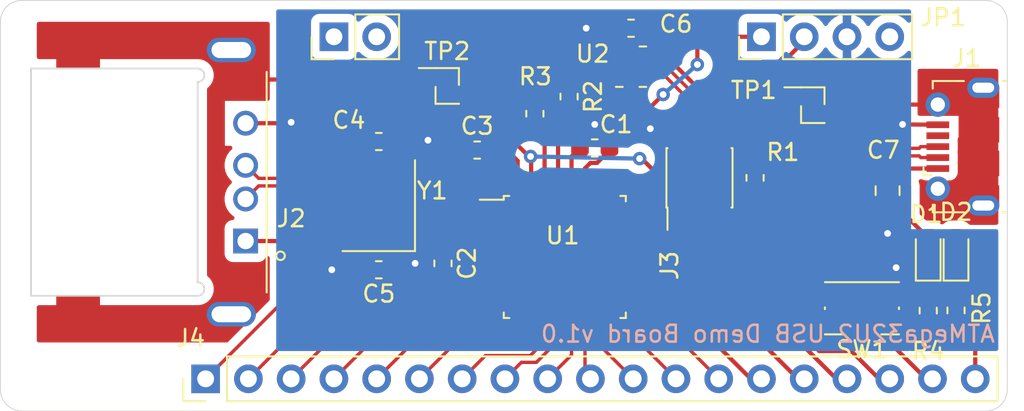
<source format=kicad_pcb>
(kicad_pcb (version 20171130) (host pcbnew "(5.1.5)-3")

  (general
    (thickness 1.6)
    (drawings 17)
    (tracks 323)
    (zones 0)
    (modules 26)
    (nets 37)
  )

  (page A4)
  (layers
    (0 F.Cu signal)
    (31 B.Cu signal)
    (32 B.Adhes user hide)
    (33 F.Adhes user hide)
    (34 B.Paste user hide)
    (35 F.Paste user hide)
    (36 B.SilkS user)
    (37 F.SilkS user)
    (38 B.Mask user hide)
    (39 F.Mask user hide)
    (40 Dwgs.User user)
    (41 Cmts.User user hide)
    (42 Eco1.User user hide)
    (43 Eco2.User user hide)
    (44 Edge.Cuts user)
    (45 Margin user)
    (46 B.CrtYd user)
    (47 F.CrtYd user)
    (48 B.Fab user hide)
    (49 F.Fab user hide)
  )

  (setup
    (last_trace_width 0.25)
    (user_trace_width 0.2)
    (trace_clearance 0.2)
    (zone_clearance 0.508)
    (zone_45_only no)
    (trace_min 0.2)
    (via_size 0.8)
    (via_drill 0.4)
    (via_min_size 0.4)
    (via_min_drill 0.3)
    (uvia_size 0.3)
    (uvia_drill 0.1)
    (uvias_allowed no)
    (uvia_min_size 0.2)
    (uvia_min_drill 0.1)
    (edge_width 0.05)
    (segment_width 0.2)
    (pcb_text_width 0.3)
    (pcb_text_size 1.5 1.5)
    (mod_edge_width 0.12)
    (mod_text_size 1 1)
    (mod_text_width 0.15)
    (pad_size 1.7 1.7)
    (pad_drill 1)
    (pad_to_mask_clearance 0.051)
    (solder_mask_min_width 0.25)
    (aux_axis_origin 0 0)
    (visible_elements 7FFFFFFF)
    (pcbplotparams
      (layerselection 0x010fc_ffffffff)
      (usegerberextensions false)
      (usegerberattributes false)
      (usegerberadvancedattributes false)
      (creategerberjobfile false)
      (excludeedgelayer true)
      (linewidth 0.100000)
      (plotframeref false)
      (viasonmask false)
      (mode 1)
      (useauxorigin false)
      (hpglpennumber 1)
      (hpglpenspeed 20)
      (hpglpendiameter 15.000000)
      (psnegative false)
      (psa4output false)
      (plotreference true)
      (plotvalue true)
      (plotinvisibletext false)
      (padsonsilk false)
      (subtractmaskfromsilk false)
      (outputformat 1)
      (mirror false)
      (drillshape 1)
      (scaleselection 1)
      (outputdirectory ""))
  )

  (net 0 "")
  (net 1 GND)
  (net 2 +5V)
  (net 3 +3V3)
  (net 4 /XTAL1)
  (net 5 /XTAL2)
  (net 6 /BD+)
  (net 7 /BD-)
  (net 8 /AD+)
  (net 9 /AD-)
  (net 10 /Reset)
  (net 11 /D+)
  (net 12 /D-)
  (net 13 /uD+)
  (net 14 /uD-)
  (net 15 /Sel)
  (net 16 "Net-(J4-Pad4)")
  (net 17 "Net-(J4-Pad3)")
  (net 18 "Net-(J4-Pad2)")
  (net 19 "Net-(J4-Pad1)")
  (net 20 "Net-(D1-Pad1)")
  (net 21 "Net-(J4-Pad19)")
  (net 22 "Net-(J4-Pad18)")
  (net 23 "Net-(J4-Pad17)")
  (net 24 "Net-(J4-Pad16)")
  (net 25 "Net-(J4-Pad15)")
  (net 26 "Net-(J4-Pad14)")
  (net 27 "Net-(J4-Pad13)")
  (net 28 "Net-(J4-Pad12)")
  (net 29 "Net-(J4-Pad11)")
  (net 30 "Net-(J4-Pad10)")
  (net 31 "Net-(J4-Pad9)")
  (net 32 "Net-(J4-Pad8)")
  (net 33 "Net-(J4-Pad7)")
  (net 34 "Net-(J4-Pad6)")
  (net 35 "Net-(J4-Pad5)")
  (net 36 "Net-(D2-Pad1)")

  (net_class Default "This is the default net class."
    (clearance 0.2)
    (trace_width 0.25)
    (via_dia 0.8)
    (via_drill 0.4)
    (uvia_dia 0.3)
    (uvia_drill 0.1)
    (add_net +3V3)
    (add_net +5V)
    (add_net /AD+)
    (add_net /AD-)
    (add_net /BD+)
    (add_net /BD-)
    (add_net /D+)
    (add_net /D-)
    (add_net /Reset)
    (add_net /Sel)
    (add_net /XTAL1)
    (add_net /XTAL2)
    (add_net /uD+)
    (add_net /uD-)
    (add_net GND)
    (add_net "Net-(D1-Pad1)")
    (add_net "Net-(D2-Pad1)")
    (add_net "Net-(J4-Pad1)")
    (add_net "Net-(J4-Pad10)")
    (add_net "Net-(J4-Pad11)")
    (add_net "Net-(J4-Pad12)")
    (add_net "Net-(J4-Pad13)")
    (add_net "Net-(J4-Pad14)")
    (add_net "Net-(J4-Pad15)")
    (add_net "Net-(J4-Pad16)")
    (add_net "Net-(J4-Pad17)")
    (add_net "Net-(J4-Pad18)")
    (add_net "Net-(J4-Pad19)")
    (add_net "Net-(J4-Pad2)")
    (add_net "Net-(J4-Pad3)")
    (add_net "Net-(J4-Pad4)")
    (add_net "Net-(J4-Pad5)")
    (add_net "Net-(J4-Pad6)")
    (add_net "Net-(J4-Pad7)")
    (add_net "Net-(J4-Pad8)")
    (add_net "Net-(J4-Pad9)")
  )

  (module 0482580002:MOLEX_0482580002 (layer F.Cu) (tedit 5E8332BD) (tstamp 5E817224)
    (at 155.956 94.869 270)
    (path /5E828093)
    (fp_text reference J2 (at 2.159 -3.556) (layer F.SilkS)
      (effects (font (size 1 1) (thickness 0.15)))
    )
    (fp_text value USB_A (at 10.387515 -6.17344 270) (layer F.Fab)
      (effects (font (size 1.002181 1.002181) (thickness 0.015)))
    )
    (fp_line (start -6.75 11.9) (end -6.75 2) (layer Edge.Cuts) (width 0.1))
    (fp_line (start -5.95 2) (end 5.95 2) (layer Edge.Cuts) (width 0.1))
    (fp_line (start 6.75 2) (end 6.75 11.9) (layer Edge.Cuts) (width 0.1))
    (fp_line (start 6.75 11.9) (end -6.75 11.9) (layer Edge.Cuts) (width 0.1))
    (fp_line (start -9.5 11.9) (end 9.5 11.9) (layer F.Fab) (width 0.127))
    (fp_text user PCB~Edge (at 4.61444 13.2665 90) (layer F.Fab)
      (effects (font (size 0.64201 0.64201) (thickness 0.015)))
    )
    (fp_arc (start -6.35 2) (end -6.35 1.6) (angle -90) (layer Edge.Cuts) (width 0.1))
    (fp_arc (start -6.35 2) (end -5.95 2) (angle -90) (layer Edge.Cuts) (width 0.1))
    (fp_arc (start 6.35 2) (end 6.35 1.6) (angle 90) (layer Edge.Cuts) (width 0.1))
    (fp_arc (start 6.35 2) (end 5.95 2) (angle 90) (layer Edge.Cuts) (width 0.1))
    (fp_line (start -6.55 -2.1) (end 6.55 -2.1) (layer F.SilkS) (width 0.12))
    (fp_circle (center 4.375 -2.925) (end 4.629 -2.925) (layer F.SilkS) (width 0.12))
    (fp_line (start -9.75 12.25) (end 9.75 12.25) (layer F.CrtYd) (width 0.05))
    (fp_line (start 9.75 12.25) (end 9.75 -2.5) (layer F.CrtYd) (width 0.05))
    (fp_line (start 9.75 -2.5) (end -9.75 -2.5) (layer F.CrtYd) (width 0.05))
    (fp_line (start -9.75 -2.5) (end -9.75 12.25) (layer F.CrtYd) (width 0.05))
    (pad 1 thru_hole rect (at 3.5 -0.85 270) (size 1.478 1.478) (drill 0.97) (layers *.Cu *.Mask)
      (net 2 +5V))
    (pad 2 thru_hole circle (at 1 -0.85 270) (size 1.478 1.478) (drill 0.97) (layers *.Cu *.Mask)
      (net 9 /AD-))
    (pad 3 thru_hole circle (at -1 -0.85 270) (size 1.478 1.478) (drill 0.97) (layers *.Cu *.Mask)
      (net 8 /AD+))
    (pad 4 thru_hole circle (at -3.5 -0.85 270) (size 1.478 1.478) (drill 0.97) (layers *.Cu *.Mask)
      (net 1 GND))
    (pad P3 smd rect (at -8 9.1 270) (size 2.4 2.6) (layers F.Cu F.Paste F.Mask)
      (net 1 GND))
    (pad P4 smd rect (at 8 9.1 270) (size 2.4 2.6) (layers F.Cu F.Paste F.Mask)
      (net 1 GND))
    (pad None np_thru_hole circle (at 0 6.95 270) (size 1.2 1.2) (drill 1.2) (layers *.Cu *.Mask))
    (pad P1 thru_hole oval (at -7.85 0 270) (size 1.458 2.916) (drill oval 0.95 2.35) (layers *.Cu *.Mask)
      (net 1 GND))
    (pad P2 thru_hole oval (at 7.85 0 270) (size 1.458 2.916) (drill oval 0.95 2.35) (layers *.Cu *.Mask)
      (net 1 GND))
  )

  (module Connector_PinHeader_2.54mm:PinHeader_1x02_P2.54mm_Vertical (layer F.Cu) (tedit 59FED5CC) (tstamp 5E832FF6)
    (at 162.052 86.233 90)
    (descr "Through hole straight pin header, 1x02, 2.54mm pitch, single row")
    (tags "Through hole pin header THT 1x02 2.54mm single row")
    (fp_text reference REF** (at 0 -2.33 90) (layer F.SilkS) hide
      (effects (font (size 1 1) (thickness 0.15)))
    )
    (fp_text value PinHeader_1x02_P2.54mm_Vertical (at 3.81 0.254 180) (layer F.Fab)
      (effects (font (size 1 1) (thickness 0.15)))
    )
    (fp_text user %R (at 0 3.81) (layer F.Fab)
      (effects (font (size 1 1) (thickness 0.15)))
    )
    (fp_line (start 1.8 -1.8) (end -1.8 -1.8) (layer F.CrtYd) (width 0.05))
    (fp_line (start 1.8 4.35) (end 1.8 -1.8) (layer F.CrtYd) (width 0.05))
    (fp_line (start -1.8 4.35) (end 1.8 4.35) (layer F.CrtYd) (width 0.05))
    (fp_line (start -1.8 -1.8) (end -1.8 4.35) (layer F.CrtYd) (width 0.05))
    (fp_line (start -1.33 -1.33) (end 0 -1.33) (layer F.SilkS) (width 0.12))
    (fp_line (start -1.33 0) (end -1.33 -1.33) (layer F.SilkS) (width 0.12))
    (fp_line (start -1.33 1.27) (end 1.33 1.27) (layer F.SilkS) (width 0.12))
    (fp_line (start 1.33 1.27) (end 1.33 3.87) (layer F.SilkS) (width 0.12))
    (fp_line (start -1.33 1.27) (end -1.33 3.87) (layer F.SilkS) (width 0.12))
    (fp_line (start -1.33 3.87) (end 1.33 3.87) (layer F.SilkS) (width 0.12))
    (fp_line (start -1.27 -0.635) (end -0.635 -1.27) (layer F.Fab) (width 0.1))
    (fp_line (start -1.27 3.81) (end -1.27 -0.635) (layer F.Fab) (width 0.1))
    (fp_line (start 1.27 3.81) (end -1.27 3.81) (layer F.Fab) (width 0.1))
    (fp_line (start 1.27 -1.27) (end 1.27 3.81) (layer F.Fab) (width 0.1))
    (fp_line (start -0.635 -1.27) (end 1.27 -1.27) (layer F.Fab) (width 0.1))
    (pad 2 thru_hole oval (at 0 2.54 90) (size 1.7 1.7) (drill 1) (layers *.Cu *.Mask))
    (pad 1 thru_hole rect (at 0 0 90) (size 1.7 1.7) (drill 1) (layers *.Cu *.Mask))
    (model ${KISYS3DMOD}/Connector_PinHeader_2.54mm.3dshapes/PinHeader_1x02_P2.54mm_Vertical.wrl
      (at (xyz 0 0 0))
      (scale (xyz 1 1 1))
      (rotate (xyz 0 0 0))
    )
  )

  (module Connector_PinHeader_2.54mm:PinHeader_1x04_P2.54mm_Vertical (layer F.Cu) (tedit 5E82C2AA) (tstamp 5E82BFD2)
    (at 187.452 86.233 90)
    (descr "Through hole straight pin header, 1x04, 2.54mm pitch, single row")
    (tags "Through hole pin header THT 1x04 2.54mm single row")
    (path /5E83D0B3)
    (fp_text reference JP1 (at 1.143 10.795 180) (layer F.SilkS)
      (effects (font (size 1 1) (thickness 0.15)))
    )
    (fp_text value Jumper_NC_Dual (at 3.302 1.397 180) (layer F.Fab)
      (effects (font (size 1 1) (thickness 0.15)))
    )
    (fp_text user %R (at 0 3.81) (layer F.Fab)
      (effects (font (size 1 1) (thickness 0.15)))
    )
    (fp_line (start 1.8 -1.8) (end -1.8 -1.8) (layer F.CrtYd) (width 0.05))
    (fp_line (start 1.8 9.4) (end 1.8 -1.8) (layer F.CrtYd) (width 0.05))
    (fp_line (start -1.8 9.4) (end 1.8 9.4) (layer F.CrtYd) (width 0.05))
    (fp_line (start -1.8 -1.8) (end -1.8 9.4) (layer F.CrtYd) (width 0.05))
    (fp_line (start -1.33 -1.33) (end 0 -1.33) (layer F.SilkS) (width 0.12))
    (fp_line (start -1.33 0) (end -1.33 -1.33) (layer F.SilkS) (width 0.12))
    (fp_line (start -1.33 1.27) (end 1.33 1.27) (layer F.SilkS) (width 0.12))
    (fp_line (start 1.33 1.27) (end 1.33 8.95) (layer F.SilkS) (width 0.12))
    (fp_line (start -1.33 1.27) (end -1.33 8.95) (layer F.SilkS) (width 0.12))
    (fp_line (start -1.33 8.95) (end 1.33 8.95) (layer F.SilkS) (width 0.12))
    (fp_line (start -1.27 -0.635) (end -0.635 -1.27) (layer F.Fab) (width 0.1))
    (fp_line (start -1.27 8.89) (end -1.27 -0.635) (layer F.Fab) (width 0.1))
    (fp_line (start 1.27 8.89) (end -1.27 8.89) (layer F.Fab) (width 0.1))
    (fp_line (start 1.27 -1.27) (end 1.27 8.89) (layer F.Fab) (width 0.1))
    (fp_line (start -0.635 -1.27) (end 1.27 -1.27) (layer F.Fab) (width 0.1))
    (pad 4 thru_hole oval (at 0 7.62 90) (size 1.7 1.7) (drill 1) (layers *.Cu *.Mask))
    (pad 3 thru_hole oval (at 0 5.08 90) (size 1.7 1.7) (drill 1) (layers *.Cu *.Mask)
      (net 1 GND))
    (pad 2 thru_hole oval (at 0 2.54 90) (size 1.7 1.7) (drill 1) (layers *.Cu *.Mask)
      (net 15 /Sel))
    (pad 1 thru_hole rect (at 0 0 90) (size 1.7 1.7) (drill 1) (layers *.Cu *.Mask)
      (net 3 +3V3))
    (model ${KISYS3DMOD}/Connector_PinHeader_2.54mm.3dshapes/PinHeader_1x04_P2.54mm_Vertical.wrl
      (at (xyz 0 0 0))
      (scale (xyz 1 1 1))
      (rotate (xyz 0 0 0))
    )
  )

  (module Capacitor_SMD:C_0603_1608Metric_Pad1.05x0.95mm_HandSolder (layer F.Cu) (tedit 5B301BBE) (tstamp 5E820877)
    (at 179.705 85.725 180)
    (descr "Capacitor SMD 0603 (1608 Metric), square (rectangular) end terminal, IPC_7351 nominal with elongated pad for handsoldering. (Body size source: http://www.tortai-tech.com/upload/download/2011102023233369053.pdf), generated with kicad-footprint-generator")
    (tags "capacitor handsolder")
    (path /5E8EF36F)
    (attr smd)
    (fp_text reference C6 (at -2.667 0.254) (layer F.SilkS)
      (effects (font (size 1 1) (thickness 0.15)))
    )
    (fp_text value .1uF (at 0 1.43) (layer F.Fab)
      (effects (font (size 1 1) (thickness 0.15)))
    )
    (fp_text user %R (at 0 0) (layer F.Fab)
      (effects (font (size 0.4 0.4) (thickness 0.06)))
    )
    (fp_line (start 1.65 0.73) (end -1.65 0.73) (layer F.CrtYd) (width 0.05))
    (fp_line (start 1.65 -0.73) (end 1.65 0.73) (layer F.CrtYd) (width 0.05))
    (fp_line (start -1.65 -0.73) (end 1.65 -0.73) (layer F.CrtYd) (width 0.05))
    (fp_line (start -1.65 0.73) (end -1.65 -0.73) (layer F.CrtYd) (width 0.05))
    (fp_line (start -0.171267 0.51) (end 0.171267 0.51) (layer F.SilkS) (width 0.12))
    (fp_line (start -0.171267 -0.51) (end 0.171267 -0.51) (layer F.SilkS) (width 0.12))
    (fp_line (start 0.8 0.4) (end -0.8 0.4) (layer F.Fab) (width 0.1))
    (fp_line (start 0.8 -0.4) (end 0.8 0.4) (layer F.Fab) (width 0.1))
    (fp_line (start -0.8 -0.4) (end 0.8 -0.4) (layer F.Fab) (width 0.1))
    (fp_line (start -0.8 0.4) (end -0.8 -0.4) (layer F.Fab) (width 0.1))
    (pad 2 smd roundrect (at 0.875 0 180) (size 1.05 0.95) (layers F.Cu F.Paste F.Mask) (roundrect_rratio 0.25)
      (net 1 GND))
    (pad 1 smd roundrect (at -0.875 0 180) (size 1.05 0.95) (layers F.Cu F.Paste F.Mask) (roundrect_rratio 0.25)
      (net 3 +3V3))
    (model ${KISYS3DMOD}/Capacitor_SMD.3dshapes/C_0603_1608Metric.wrl
      (at (xyz 0 0 0))
      (scale (xyz 1 1 1))
      (rotate (xyz 0 0 0))
    )
  )

  (module Capacitor_SMD:C_0603_1608Metric_Pad1.05x0.95mm_HandSolder (layer F.Cu) (tedit 5B301BBE) (tstamp 5E8171CB)
    (at 164.719 100.076 180)
    (descr "Capacitor SMD 0603 (1608 Metric), square (rectangular) end terminal, IPC_7351 nominal with elongated pad for handsoldering. (Body size source: http://www.tortai-tech.com/upload/download/2011102023233369053.pdf), generated with kicad-footprint-generator")
    (tags "capacitor handsolder")
    (path /5E87961F)
    (attr smd)
    (fp_text reference C5 (at 0 -1.43) (layer F.SilkS)
      (effects (font (size 1 1) (thickness 0.15)))
    )
    (fp_text value 12pF (at 0 1.43) (layer F.Fab)
      (effects (font (size 1 1) (thickness 0.15)))
    )
    (fp_text user %R (at 0 0) (layer F.Fab)
      (effects (font (size 0.4 0.4) (thickness 0.06)))
    )
    (fp_line (start 1.65 0.73) (end -1.65 0.73) (layer F.CrtYd) (width 0.05))
    (fp_line (start 1.65 -0.73) (end 1.65 0.73) (layer F.CrtYd) (width 0.05))
    (fp_line (start -1.65 -0.73) (end 1.65 -0.73) (layer F.CrtYd) (width 0.05))
    (fp_line (start -1.65 0.73) (end -1.65 -0.73) (layer F.CrtYd) (width 0.05))
    (fp_line (start -0.171267 0.51) (end 0.171267 0.51) (layer F.SilkS) (width 0.12))
    (fp_line (start -0.171267 -0.51) (end 0.171267 -0.51) (layer F.SilkS) (width 0.12))
    (fp_line (start 0.8 0.4) (end -0.8 0.4) (layer F.Fab) (width 0.1))
    (fp_line (start 0.8 -0.4) (end 0.8 0.4) (layer F.Fab) (width 0.1))
    (fp_line (start -0.8 -0.4) (end 0.8 -0.4) (layer F.Fab) (width 0.1))
    (fp_line (start -0.8 0.4) (end -0.8 -0.4) (layer F.Fab) (width 0.1))
    (pad 2 smd roundrect (at 0.875 0 180) (size 1.05 0.95) (layers F.Cu F.Paste F.Mask) (roundrect_rratio 0.25)
      (net 1 GND))
    (pad 1 smd roundrect (at -0.875 0 180) (size 1.05 0.95) (layers F.Cu F.Paste F.Mask) (roundrect_rratio 0.25)
      (net 5 /XTAL2))
    (model ${KISYS3DMOD}/Capacitor_SMD.3dshapes/C_0603_1608Metric.wrl
      (at (xyz 0 0 0))
      (scale (xyz 1 1 1))
      (rotate (xyz 0 0 0))
    )
  )

  (module Capacitor_SMD:C_0603_1608Metric_Pad1.05x0.95mm_HandSolder (layer F.Cu) (tedit 5B301BBE) (tstamp 5E8171BA)
    (at 164.719 92.456 180)
    (descr "Capacitor SMD 0603 (1608 Metric), square (rectangular) end terminal, IPC_7351 nominal with elongated pad for handsoldering. (Body size source: http://www.tortai-tech.com/upload/download/2011102023233369053.pdf), generated with kicad-footprint-generator")
    (tags "capacitor handsolder")
    (path /5E8791C5)
    (attr smd)
    (fp_text reference C4 (at 1.778 1.27) (layer F.SilkS)
      (effects (font (size 1 1) (thickness 0.15)))
    )
    (fp_text value 12pF (at 0 1.43) (layer F.Fab)
      (effects (font (size 1 1) (thickness 0.15)))
    )
    (fp_text user %R (at 0 0) (layer F.Fab)
      (effects (font (size 0.4 0.4) (thickness 0.06)))
    )
    (fp_line (start 1.65 0.73) (end -1.65 0.73) (layer F.CrtYd) (width 0.05))
    (fp_line (start 1.65 -0.73) (end 1.65 0.73) (layer F.CrtYd) (width 0.05))
    (fp_line (start -1.65 -0.73) (end 1.65 -0.73) (layer F.CrtYd) (width 0.05))
    (fp_line (start -1.65 0.73) (end -1.65 -0.73) (layer F.CrtYd) (width 0.05))
    (fp_line (start -0.171267 0.51) (end 0.171267 0.51) (layer F.SilkS) (width 0.12))
    (fp_line (start -0.171267 -0.51) (end 0.171267 -0.51) (layer F.SilkS) (width 0.12))
    (fp_line (start 0.8 0.4) (end -0.8 0.4) (layer F.Fab) (width 0.1))
    (fp_line (start 0.8 -0.4) (end 0.8 0.4) (layer F.Fab) (width 0.1))
    (fp_line (start -0.8 -0.4) (end 0.8 -0.4) (layer F.Fab) (width 0.1))
    (fp_line (start -0.8 0.4) (end -0.8 -0.4) (layer F.Fab) (width 0.1))
    (pad 2 smd roundrect (at 0.875 0 180) (size 1.05 0.95) (layers F.Cu F.Paste F.Mask) (roundrect_rratio 0.25)
      (net 4 /XTAL1))
    (pad 1 smd roundrect (at -0.875 0 180) (size 1.05 0.95) (layers F.Cu F.Paste F.Mask) (roundrect_rratio 0.25)
      (net 1 GND))
    (model ${KISYS3DMOD}/Capacitor_SMD.3dshapes/C_0603_1608Metric.wrl
      (at (xyz 0 0 0))
      (scale (xyz 1 1 1))
      (rotate (xyz 0 0 0))
    )
  )

  (module Capacitor_SMD:C_0603_1608Metric_Pad1.05x0.95mm_HandSolder (layer F.Cu) (tedit 5B301BBE) (tstamp 5E8207A5)
    (at 170.561 92.964)
    (descr "Capacitor SMD 0603 (1608 Metric), square (rectangular) end terminal, IPC_7351 nominal with elongated pad for handsoldering. (Body size source: http://www.tortai-tech.com/upload/download/2011102023233369053.pdf), generated with kicad-footprint-generator")
    (tags "capacitor handsolder")
    (path /5E855C92)
    (attr smd)
    (fp_text reference C3 (at 0 -1.43) (layer F.SilkS)
      (effects (font (size 1 1) (thickness 0.15)))
    )
    (fp_text value .1uF (at 0 1.43) (layer F.Fab)
      (effects (font (size 1 1) (thickness 0.15)))
    )
    (fp_text user %R (at 0 0) (layer F.Fab)
      (effects (font (size 0.4 0.4) (thickness 0.06)))
    )
    (fp_line (start 1.65 0.73) (end -1.65 0.73) (layer F.CrtYd) (width 0.05))
    (fp_line (start 1.65 -0.73) (end 1.65 0.73) (layer F.CrtYd) (width 0.05))
    (fp_line (start -1.65 -0.73) (end 1.65 -0.73) (layer F.CrtYd) (width 0.05))
    (fp_line (start -1.65 0.73) (end -1.65 -0.73) (layer F.CrtYd) (width 0.05))
    (fp_line (start -0.171267 0.51) (end 0.171267 0.51) (layer F.SilkS) (width 0.12))
    (fp_line (start -0.171267 -0.51) (end 0.171267 -0.51) (layer F.SilkS) (width 0.12))
    (fp_line (start 0.8 0.4) (end -0.8 0.4) (layer F.Fab) (width 0.1))
    (fp_line (start 0.8 -0.4) (end 0.8 0.4) (layer F.Fab) (width 0.1))
    (fp_line (start -0.8 -0.4) (end 0.8 -0.4) (layer F.Fab) (width 0.1))
    (fp_line (start -0.8 0.4) (end -0.8 -0.4) (layer F.Fab) (width 0.1))
    (pad 2 smd roundrect (at 0.875 0) (size 1.05 0.95) (layers F.Cu F.Paste F.Mask) (roundrect_rratio 0.25)
      (net 2 +5V))
    (pad 1 smd roundrect (at -0.875 0) (size 1.05 0.95) (layers F.Cu F.Paste F.Mask) (roundrect_rratio 0.25)
      (net 1 GND))
    (model ${KISYS3DMOD}/Capacitor_SMD.3dshapes/C_0603_1608Metric.wrl
      (at (xyz 0 0 0))
      (scale (xyz 1 1 1))
      (rotate (xyz 0 0 0))
    )
  )

  (module Capacitor_SMD:C_0603_1608Metric_Pad1.05x0.95mm_HandSolder (layer F.Cu) (tedit 5B301BBE) (tstamp 5E817198)
    (at 168.529 99.695 270)
    (descr "Capacitor SMD 0603 (1608 Metric), square (rectangular) end terminal, IPC_7351 nominal with elongated pad for handsoldering. (Body size source: http://www.tortai-tech.com/upload/download/2011102023233369053.pdf), generated with kicad-footprint-generator")
    (tags "capacitor handsolder")
    (path /5E84E7D2)
    (attr smd)
    (fp_text reference C2 (at 0 -1.43 90) (layer F.SilkS)
      (effects (font (size 1 1) (thickness 0.15)))
    )
    (fp_text value .1uF (at 0 1.43 90) (layer F.Fab)
      (effects (font (size 1 1) (thickness 0.15)))
    )
    (fp_text user %R (at 0 0 90) (layer F.Fab)
      (effects (font (size 0.4 0.4) (thickness 0.06)))
    )
    (fp_line (start 1.65 0.73) (end -1.65 0.73) (layer F.CrtYd) (width 0.05))
    (fp_line (start 1.65 -0.73) (end 1.65 0.73) (layer F.CrtYd) (width 0.05))
    (fp_line (start -1.65 -0.73) (end 1.65 -0.73) (layer F.CrtYd) (width 0.05))
    (fp_line (start -1.65 0.73) (end -1.65 -0.73) (layer F.CrtYd) (width 0.05))
    (fp_line (start -0.171267 0.51) (end 0.171267 0.51) (layer F.SilkS) (width 0.12))
    (fp_line (start -0.171267 -0.51) (end 0.171267 -0.51) (layer F.SilkS) (width 0.12))
    (fp_line (start 0.8 0.4) (end -0.8 0.4) (layer F.Fab) (width 0.1))
    (fp_line (start 0.8 -0.4) (end 0.8 0.4) (layer F.Fab) (width 0.1))
    (fp_line (start -0.8 -0.4) (end 0.8 -0.4) (layer F.Fab) (width 0.1))
    (fp_line (start -0.8 0.4) (end -0.8 -0.4) (layer F.Fab) (width 0.1))
    (pad 2 smd roundrect (at 0.875 0 270) (size 1.05 0.95) (layers F.Cu F.Paste F.Mask) (roundrect_rratio 0.25)
      (net 2 +5V))
    (pad 1 smd roundrect (at -0.875 0 270) (size 1.05 0.95) (layers F.Cu F.Paste F.Mask) (roundrect_rratio 0.25)
      (net 1 GND))
    (model ${KISYS3DMOD}/Capacitor_SMD.3dshapes/C_0603_1608Metric.wrl
      (at (xyz 0 0 0))
      (scale (xyz 1 1 1))
      (rotate (xyz 0 0 0))
    )
  )

  (module Capacitor_SMD:C_0603_1608Metric_Pad1.05x0.95mm_HandSolder (layer F.Cu) (tedit 5B301BBE) (tstamp 5E820775)
    (at 177.546 92.837)
    (descr "Capacitor SMD 0603 (1608 Metric), square (rectangular) end terminal, IPC_7351 nominal with elongated pad for handsoldering. (Body size source: http://www.tortai-tech.com/upload/download/2011102023233369053.pdf), generated with kicad-footprint-generator")
    (tags "capacitor handsolder")
    (path /5E85BA96)
    (attr smd)
    (fp_text reference C1 (at 1.27 -1.397) (layer F.SilkS)
      (effects (font (size 1 1) (thickness 0.15)))
    )
    (fp_text value 1uF (at 0 1.43) (layer F.Fab)
      (effects (font (size 1 1) (thickness 0.15)))
    )
    (fp_text user %R (at 0 0) (layer F.Fab)
      (effects (font (size 0.4 0.4) (thickness 0.06)))
    )
    (fp_line (start 1.65 0.73) (end -1.65 0.73) (layer F.CrtYd) (width 0.05))
    (fp_line (start 1.65 -0.73) (end 1.65 0.73) (layer F.CrtYd) (width 0.05))
    (fp_line (start -1.65 -0.73) (end 1.65 -0.73) (layer F.CrtYd) (width 0.05))
    (fp_line (start -1.65 0.73) (end -1.65 -0.73) (layer F.CrtYd) (width 0.05))
    (fp_line (start -0.171267 0.51) (end 0.171267 0.51) (layer F.SilkS) (width 0.12))
    (fp_line (start -0.171267 -0.51) (end 0.171267 -0.51) (layer F.SilkS) (width 0.12))
    (fp_line (start 0.8 0.4) (end -0.8 0.4) (layer F.Fab) (width 0.1))
    (fp_line (start 0.8 -0.4) (end 0.8 0.4) (layer F.Fab) (width 0.1))
    (fp_line (start -0.8 -0.4) (end 0.8 -0.4) (layer F.Fab) (width 0.1))
    (fp_line (start -0.8 0.4) (end -0.8 -0.4) (layer F.Fab) (width 0.1))
    (pad 2 smd roundrect (at 0.875 0) (size 1.05 0.95) (layers F.Cu F.Paste F.Mask) (roundrect_rratio 0.25)
      (net 3 +3V3))
    (pad 1 smd roundrect (at -0.875 0) (size 1.05 0.95) (layers F.Cu F.Paste F.Mask) (roundrect_rratio 0.25)
      (net 1 GND))
    (model ${KISYS3DMOD}/Capacitor_SMD.3dshapes/C_0603_1608Metric.wrl
      (at (xyz 0 0 0))
      (scale (xyz 1 1 1))
      (rotate (xyz 0 0 0))
    )
  )

  (module Resistor_SMD:R_0603_1608Metric_Pad1.05x0.95mm_HandSolder (layer F.Cu) (tedit 5B301BBD) (tstamp 5E8208D7)
    (at 176.022 89.789 270)
    (descr "Resistor SMD 0603 (1608 Metric), square (rectangular) end terminal, IPC_7351 nominal with elongated pad for handsoldering. (Body size source: http://www.tortai-tech.com/upload/download/2011102023233369053.pdf), generated with kicad-footprint-generator")
    (tags "resistor handsolder")
    (path /5E85F580)
    (attr smd)
    (fp_text reference R2 (at 0 -1.43 90) (layer F.SilkS)
      (effects (font (size 1 1) (thickness 0.15)))
    )
    (fp_text value 22 (at 0 1.43 90) (layer F.Fab)
      (effects (font (size 1 1) (thickness 0.15)))
    )
    (fp_text user %R (at 0 0 90) (layer F.Fab)
      (effects (font (size 0.4 0.4) (thickness 0.06)))
    )
    (fp_line (start 1.65 0.73) (end -1.65 0.73) (layer F.CrtYd) (width 0.05))
    (fp_line (start 1.65 -0.73) (end 1.65 0.73) (layer F.CrtYd) (width 0.05))
    (fp_line (start -1.65 -0.73) (end 1.65 -0.73) (layer F.CrtYd) (width 0.05))
    (fp_line (start -1.65 0.73) (end -1.65 -0.73) (layer F.CrtYd) (width 0.05))
    (fp_line (start -0.171267 0.51) (end 0.171267 0.51) (layer F.SilkS) (width 0.12))
    (fp_line (start -0.171267 -0.51) (end 0.171267 -0.51) (layer F.SilkS) (width 0.12))
    (fp_line (start 0.8 0.4) (end -0.8 0.4) (layer F.Fab) (width 0.1))
    (fp_line (start 0.8 -0.4) (end 0.8 0.4) (layer F.Fab) (width 0.1))
    (fp_line (start -0.8 -0.4) (end 0.8 -0.4) (layer F.Fab) (width 0.1))
    (fp_line (start -0.8 0.4) (end -0.8 -0.4) (layer F.Fab) (width 0.1))
    (pad 2 smd roundrect (at 0.875 0 270) (size 1.05 0.95) (layers F.Cu F.Paste F.Mask) (roundrect_rratio 0.25)
      (net 11 /D+))
    (pad 1 smd roundrect (at -0.875 0 270) (size 1.05 0.95) (layers F.Cu F.Paste F.Mask) (roundrect_rratio 0.25)
      (net 13 /uD+))
    (model ${KISYS3DMOD}/Resistor_SMD.3dshapes/R_0603_1608Metric.wrl
      (at (xyz 0 0 0))
      (scale (xyz 1 1 1))
      (rotate (xyz 0 0 0))
    )
  )

  (module Package_DFN_QFN:Texas_R-PUQFN-N10 (layer F.Cu) (tedit 5C425719) (tstamp 5E8206FB)
    (at 179.705 88.011)
    (descr http://www.ti.com/general/docs/lit/getliterature.tsp?baseLiteratureNumber=MPQF186&fileType=pdf)
    (tags Texas_R-PUQFN-N10)
    (path /5E813162)
    (clearance 0.17)
    (attr smd)
    (fp_text reference U2 (at -2.286 -0.762) (layer F.SilkS)
      (effects (font (size 1 1) (thickness 0.15)))
    )
    (fp_text value TS3USB221 (at 0 2.25) (layer F.Fab)
      (effects (font (size 1 1) (thickness 0.15)))
    )
    (fp_line (start -0.5 1.2) (end -0.9 1.2) (layer F.SilkS) (width 0.12))
    (fp_line (start 0.75 -1) (end 0.75 1) (layer F.Fab) (width 0.1))
    (fp_line (start -0.25 -1) (end 0.75 -1) (layer F.Fab) (width 0.1))
    (fp_line (start -0.75 1) (end -0.75 -0.5) (layer F.Fab) (width 0.1))
    (fp_line (start 0.75 1) (end -0.75 1) (layer F.Fab) (width 0.1))
    (fp_line (start -0.25 -1) (end -0.75 -0.5) (layer F.Fab) (width 0.1))
    (fp_line (start 1.18 1.43) (end -1.18 1.43) (layer F.CrtYd) (width 0.05))
    (fp_line (start 1.18 -1.43) (end 1.18 1.43) (layer F.CrtYd) (width 0.05))
    (fp_line (start -1.18 -1.43) (end 1.18 -1.43) (layer F.CrtYd) (width 0.05))
    (fp_line (start -1.18 1.43) (end -1.18 -1.43) (layer F.CrtYd) (width 0.05))
    (fp_line (start 0.9 1.2) (end 0.5 1.2) (layer F.SilkS) (width 0.12))
    (fp_line (start 0.9 -1.2) (end 0.5 -1.2) (layer F.SilkS) (width 0.12))
    (fp_text user %R (at 0 0 270) (layer F.Fab)
      (effects (font (size 0.3 0.3) (thickness 0.03)))
    )
    (pad 5 smd rect (at 0 1.175 90) (size 0.63 0.35) (drill (offset 0.315 0)) (layers F.Cu F.Paste F.Mask)
      (net 1 GND))
    (pad 10 smd rect (at 0 -1.175 270) (size 0.63 0.35) (drill (offset 0.315 0)) (layers F.Cu F.Paste F.Mask)
      (net 3 +3V3))
    (pad 2 smd rect (at -0.35 -0.25 270) (size 0.25 0.575) (drill (offset 0 0.2875)) (layers F.Cu F.Paste F.Mask)
      (net 9 /AD-))
    (pad 3 smd rect (at -0.35 0.25 270) (size 0.25 0.575) (drill (offset 0 0.2875)) (layers F.Cu F.Paste F.Mask)
      (net 13 /uD+))
    (pad 7 smd rect (at 0.35 0.25 90) (size 0.25 0.575) (drill (offset 0 0.2875)) (layers F.Cu F.Paste F.Mask)
      (net 7 /BD-))
    (pad 8 smd rect (at 0.35 -0.25 90) (size 0.25 0.575) (drill (offset 0 0.2875)) (layers F.Cu F.Paste F.Mask)
      (net 6 /BD+))
    (pad 9 smd rect (at 0.35 -0.75 90) (size 0.3 0.575) (drill (offset 0 0.2875)) (layers F.Cu F.Paste F.Mask)
      (net 15 /Sel))
    (pad 6 smd rect (at 0.35 0.75 90) (size 0.3 0.575) (drill (offset 0 0.2875)) (layers F.Cu F.Paste F.Mask)
      (net 1 GND))
    (pad 4 smd rect (at -0.35 0.75 270) (size 0.3 0.575) (drill (offset 0 0.2875)) (layers F.Cu F.Paste F.Mask)
      (net 14 /uD-))
    (pad 1 smd rect (at -0.35 -0.75 270) (size 0.3 0.575) (drill (offset 0 0.2875)) (layers F.Cu F.Paste F.Mask)
      (net 8 /AD+))
    (model ${KISYS3DMOD}/Package_DFN_QFN.3dshapes/Texas_R-PUQFN-N10.wrl
      (at (xyz 0 0 0))
      (scale (xyz 1 1 1))
      (rotate (xyz 0 0 0))
    )
  )

  (module Resistor_SMD:R_0603_1608Metric_Pad1.05x0.95mm_HandSolder (layer F.Cu) (tedit 5B301BBD) (tstamp 5E826B34)
    (at 199.009 102.489 90)
    (descr "Resistor SMD 0603 (1608 Metric), square (rectangular) end terminal, IPC_7351 nominal with elongated pad for handsoldering. (Body size source: http://www.tortai-tech.com/upload/download/2011102023233369053.pdf), generated with kicad-footprint-generator")
    (tags "resistor handsolder")
    (path /5E9DAC66)
    (attr smd)
    (fp_text reference R5 (at 0.127 1.524 90) (layer F.SilkS)
      (effects (font (size 1 1) (thickness 0.15)))
    )
    (fp_text value 1k2 (at 0 1.43 90) (layer F.Fab)
      (effects (font (size 1 1) (thickness 0.15)))
    )
    (fp_text user %R (at 0 0 90) (layer F.Fab)
      (effects (font (size 0.4 0.4) (thickness 0.06)))
    )
    (fp_line (start 1.65 0.73) (end -1.65 0.73) (layer F.CrtYd) (width 0.05))
    (fp_line (start 1.65 -0.73) (end 1.65 0.73) (layer F.CrtYd) (width 0.05))
    (fp_line (start -1.65 -0.73) (end 1.65 -0.73) (layer F.CrtYd) (width 0.05))
    (fp_line (start -1.65 0.73) (end -1.65 -0.73) (layer F.CrtYd) (width 0.05))
    (fp_line (start -0.171267 0.51) (end 0.171267 0.51) (layer F.SilkS) (width 0.12))
    (fp_line (start -0.171267 -0.51) (end 0.171267 -0.51) (layer F.SilkS) (width 0.12))
    (fp_line (start 0.8 0.4) (end -0.8 0.4) (layer F.Fab) (width 0.1))
    (fp_line (start 0.8 -0.4) (end 0.8 0.4) (layer F.Fab) (width 0.1))
    (fp_line (start -0.8 -0.4) (end 0.8 -0.4) (layer F.Fab) (width 0.1))
    (fp_line (start -0.8 0.4) (end -0.8 -0.4) (layer F.Fab) (width 0.1))
    (pad 2 smd roundrect (at 0.875 0 90) (size 1.05 0.95) (layers F.Cu F.Paste F.Mask) (roundrect_rratio 0.25)
      (net 36 "Net-(D2-Pad1)"))
    (pad 1 smd roundrect (at -0.875 0 90) (size 1.05 0.95) (layers F.Cu F.Paste F.Mask) (roundrect_rratio 0.25)
      (net 21 "Net-(J4-Pad19)"))
    (model ${KISYS3DMOD}/Resistor_SMD.3dshapes/R_0603_1608Metric.wrl
      (at (xyz 0 0 0))
      (scale (xyz 1 1 1))
      (rotate (xyz 0 0 0))
    )
  )

  (module Resistor_SMD:R_0603_1608Metric_Pad1.05x0.95mm_HandSolder (layer F.Cu) (tedit 5B301BBD) (tstamp 5E823A7C)
    (at 197.358 102.503 90)
    (descr "Resistor SMD 0603 (1608 Metric), square (rectangular) end terminal, IPC_7351 nominal with elongated pad for handsoldering. (Body size source: http://www.tortai-tech.com/upload/download/2011102023233369053.pdf), generated with kicad-footprint-generator")
    (tags "resistor handsolder")
    (path /5EA11842)
    (attr smd)
    (fp_text reference R4 (at -2.399 0 180) (layer F.SilkS)
      (effects (font (size 1 1) (thickness 0.15)))
    )
    (fp_text value 1k2 (at 0 1.43 90) (layer F.Fab)
      (effects (font (size 1 1) (thickness 0.15)))
    )
    (fp_text user %R (at 0 0 90) (layer F.Fab)
      (effects (font (size 0.4 0.4) (thickness 0.06)))
    )
    (fp_line (start 1.65 0.73) (end -1.65 0.73) (layer F.CrtYd) (width 0.05))
    (fp_line (start 1.65 -0.73) (end 1.65 0.73) (layer F.CrtYd) (width 0.05))
    (fp_line (start -1.65 -0.73) (end 1.65 -0.73) (layer F.CrtYd) (width 0.05))
    (fp_line (start -1.65 0.73) (end -1.65 -0.73) (layer F.CrtYd) (width 0.05))
    (fp_line (start -0.171267 0.51) (end 0.171267 0.51) (layer F.SilkS) (width 0.12))
    (fp_line (start -0.171267 -0.51) (end 0.171267 -0.51) (layer F.SilkS) (width 0.12))
    (fp_line (start 0.8 0.4) (end -0.8 0.4) (layer F.Fab) (width 0.1))
    (fp_line (start 0.8 -0.4) (end 0.8 0.4) (layer F.Fab) (width 0.1))
    (fp_line (start -0.8 -0.4) (end 0.8 -0.4) (layer F.Fab) (width 0.1))
    (fp_line (start -0.8 0.4) (end -0.8 -0.4) (layer F.Fab) (width 0.1))
    (pad 2 smd roundrect (at 0.875 0 90) (size 1.05 0.95) (layers F.Cu F.Paste F.Mask) (roundrect_rratio 0.25)
      (net 20 "Net-(D1-Pad1)"))
    (pad 1 smd roundrect (at -0.875 0 90) (size 1.05 0.95) (layers F.Cu F.Paste F.Mask) (roundrect_rratio 0.25)
      (net 1 GND))
    (model ${KISYS3DMOD}/Resistor_SMD.3dshapes/R_0603_1608Metric.wrl
      (at (xyz 0 0 0))
      (scale (xyz 1 1 1))
      (rotate (xyz 0 0 0))
    )
  )

  (module Resistor_SMD:R_0603_1608Metric_Pad1.05x0.95mm_HandSolder (layer F.Cu) (tedit 5B301BBD) (tstamp 5E8208A7)
    (at 173.99 90.805 270)
    (descr "Resistor SMD 0603 (1608 Metric), square (rectangular) end terminal, IPC_7351 nominal with elongated pad for handsoldering. (Body size source: http://www.tortai-tech.com/upload/download/2011102023233369053.pdf), generated with kicad-footprint-generator")
    (tags "resistor handsolder")
    (path /5E8C0B24)
    (attr smd)
    (fp_text reference R3 (at -2.2098 -0.0254 180) (layer F.SilkS)
      (effects (font (size 1 1) (thickness 0.15)))
    )
    (fp_text value 22 (at 0 1.43 90) (layer F.Fab)
      (effects (font (size 1 1) (thickness 0.15)))
    )
    (fp_text user %R (at 0 0 90) (layer F.Fab)
      (effects (font (size 0.4 0.4) (thickness 0.06)))
    )
    (fp_line (start 1.65 0.73) (end -1.65 0.73) (layer F.CrtYd) (width 0.05))
    (fp_line (start 1.65 -0.73) (end 1.65 0.73) (layer F.CrtYd) (width 0.05))
    (fp_line (start -1.65 -0.73) (end 1.65 -0.73) (layer F.CrtYd) (width 0.05))
    (fp_line (start -1.65 0.73) (end -1.65 -0.73) (layer F.CrtYd) (width 0.05))
    (fp_line (start -0.171267 0.51) (end 0.171267 0.51) (layer F.SilkS) (width 0.12))
    (fp_line (start -0.171267 -0.51) (end 0.171267 -0.51) (layer F.SilkS) (width 0.12))
    (fp_line (start 0.8 0.4) (end -0.8 0.4) (layer F.Fab) (width 0.1))
    (fp_line (start 0.8 -0.4) (end 0.8 0.4) (layer F.Fab) (width 0.1))
    (fp_line (start -0.8 -0.4) (end 0.8 -0.4) (layer F.Fab) (width 0.1))
    (fp_line (start -0.8 0.4) (end -0.8 -0.4) (layer F.Fab) (width 0.1))
    (pad 2 smd roundrect (at 0.875 0 270) (size 1.05 0.95) (layers F.Cu F.Paste F.Mask) (roundrect_rratio 0.25)
      (net 12 /D-))
    (pad 1 smd roundrect (at -0.875 0 270) (size 1.05 0.95) (layers F.Cu F.Paste F.Mask) (roundrect_rratio 0.25)
      (net 14 /uD-))
    (model ${KISYS3DMOD}/Resistor_SMD.3dshapes/R_0603_1608Metric.wrl
      (at (xyz 0 0 0))
      (scale (xyz 1 1 1))
      (rotate (xyz 0 0 0))
    )
  )

  (module Resistor_SMD:R_0603_1608Metric_Pad1.05x0.95mm_HandSolder (layer F.Cu) (tedit 5B301BBD) (tstamp 5E817284)
    (at 187.071 94.615 90)
    (descr "Resistor SMD 0603 (1608 Metric), square (rectangular) end terminal, IPC_7351 nominal with elongated pad for handsoldering. (Body size source: http://www.tortai-tech.com/upload/download/2011102023233369053.pdf), generated with kicad-footprint-generator")
    (tags "resistor handsolder")
    (path /5E86C4F0)
    (attr smd)
    (fp_text reference R1 (at 1.524 1.651 180) (layer F.SilkS)
      (effects (font (size 1 1) (thickness 0.15)))
    )
    (fp_text value 47k (at 0 1.43 90) (layer F.Fab)
      (effects (font (size 1 1) (thickness 0.15)))
    )
    (fp_text user %R (at 0 0 90) (layer F.Fab)
      (effects (font (size 0.4 0.4) (thickness 0.06)))
    )
    (fp_line (start 1.65 0.73) (end -1.65 0.73) (layer F.CrtYd) (width 0.05))
    (fp_line (start 1.65 -0.73) (end 1.65 0.73) (layer F.CrtYd) (width 0.05))
    (fp_line (start -1.65 -0.73) (end 1.65 -0.73) (layer F.CrtYd) (width 0.05))
    (fp_line (start -1.65 0.73) (end -1.65 -0.73) (layer F.CrtYd) (width 0.05))
    (fp_line (start -0.171267 0.51) (end 0.171267 0.51) (layer F.SilkS) (width 0.12))
    (fp_line (start -0.171267 -0.51) (end 0.171267 -0.51) (layer F.SilkS) (width 0.12))
    (fp_line (start 0.8 0.4) (end -0.8 0.4) (layer F.Fab) (width 0.1))
    (fp_line (start 0.8 -0.4) (end 0.8 0.4) (layer F.Fab) (width 0.1))
    (fp_line (start -0.8 -0.4) (end 0.8 -0.4) (layer F.Fab) (width 0.1))
    (fp_line (start -0.8 0.4) (end -0.8 -0.4) (layer F.Fab) (width 0.1))
    (pad 2 smd roundrect (at 0.875 0 90) (size 1.05 0.95) (layers F.Cu F.Paste F.Mask) (roundrect_rratio 0.25)
      (net 2 +5V))
    (pad 1 smd roundrect (at -0.875 0 90) (size 1.05 0.95) (layers F.Cu F.Paste F.Mask) (roundrect_rratio 0.25)
      (net 10 /Reset))
    (model ${KISYS3DMOD}/Resistor_SMD.3dshapes/R_0603_1608Metric.wrl
      (at (xyz 0 0 0))
      (scale (xyz 1 1 1))
      (rotate (xyz 0 0 0))
    )
  )

  (module Button_Switch_SMD:SW_Push_1P1T-SH_NO_CK_KMR2xxG (layer F.Cu) (tedit 5D8D2A01) (tstamp 5E826B4C)
    (at 193.421 102.362 180)
    (descr "CK components KMR2 tactile switch with ground pin http://www.ckswitches.com/media/1479/kmr2.pdf")
    (tags "tactile switch kmr2")
    (path /5EAA2D4E)
    (attr smd)
    (fp_text reference SW1 (at 0 -2.45) (layer F.SilkS)
      (effects (font (size 1 1) (thickness 0.15)))
    )
    (fp_text value SW_Push (at 0 2.55) (layer F.Fab)
      (effects (font (size 1 1) (thickness 0.15)))
    )
    (fp_line (start -2.2 0.05) (end -2.2 -0.05) (layer F.SilkS) (width 0.12))
    (fp_line (start 2.2 -1.55) (end 1.15 -1.55) (layer F.SilkS) (width 0.12))
    (fp_line (start -2.2 1.55) (end 2.2 1.55) (layer F.SilkS) (width 0.12))
    (fp_circle (center 0 0) (end 0 0.8) (layer F.Fab) (width 0.1))
    (fp_line (start -2.8 1.8) (end -2.8 -1.8) (layer F.CrtYd) (width 0.05))
    (fp_line (start 2.8 1.8) (end -2.8 1.8) (layer F.CrtYd) (width 0.05))
    (fp_line (start 2.8 -1.8) (end 2.8 1.8) (layer F.CrtYd) (width 0.05))
    (fp_line (start -2.8 -1.8) (end 2.8 -1.8) (layer F.CrtYd) (width 0.05))
    (fp_line (start 2.2 0.05) (end 2.2 -0.05) (layer F.SilkS) (width 0.12))
    (fp_line (start -2.1 1.4) (end -2.1 -1.4) (layer F.Fab) (width 0.1))
    (fp_line (start 2.1 1.4) (end -2.1 1.4) (layer F.Fab) (width 0.1))
    (fp_line (start 2.1 -1.4) (end 2.1 1.4) (layer F.Fab) (width 0.1))
    (fp_line (start -2.1 -1.4) (end 2.1 -1.4) (layer F.Fab) (width 0.1))
    (fp_text user %R (at 0 -2.45) (layer F.Fab)
      (effects (font (size 1 1) (thickness 0.15)))
    )
    (fp_line (start -1.15 -1.55) (end -2.2 -1.55) (layer F.SilkS) (width 0.12))
    (pad 2 smd rect (at 2.05 0.8 180) (size 0.9 1) (layers F.Cu F.Paste F.Mask)
      (net 1 GND))
    (pad 1 smd rect (at 2.05 -0.8 180) (size 0.9 1) (layers F.Cu F.Paste F.Mask)
      (net 22 "Net-(J4-Pad18)"))
    (pad 2 smd rect (at -2.05 0.8 180) (size 0.9 1) (layers F.Cu F.Paste F.Mask)
      (net 1 GND))
    (pad 1 smd rect (at -2.05 -0.8 180) (size 0.9 1) (layers F.Cu F.Paste F.Mask)
      (net 22 "Net-(J4-Pad18)"))
    (pad SH smd rect (at 0 -1.425 180) (size 1.7 0.55) (layers F.Cu F.Paste F.Mask))
    (model ${KISYS3DMOD}/Button_Switch_SMD.3dshapes/SW_Push_1P1T-SH_NO_CK_KMR2xxG.wrl
      (at (xyz 0 0 0))
      (scale (xyz 1 1 1))
      (rotate (xyz 0 0 0))
    )
  )

  (module LED_SMD:LED_0603_1608Metric_Pad1.05x0.95mm_HandSolder (layer F.Cu) (tedit 5B4B45C9) (tstamp 5E82690F)
    (at 199.009 99.06 90)
    (descr "LED SMD 0603 (1608 Metric), square (rectangular) end terminal, IPC_7351 nominal, (Body size source: http://www.tortai-tech.com/upload/download/2011102023233369053.pdf), generated with kicad-footprint-generator")
    (tags "LED handsolder")
    (path /5EA9B23D)
    (attr smd)
    (fp_text reference D2 (at 2.413 0 180) (layer F.SilkS)
      (effects (font (size 1 1) (thickness 0.15)))
    )
    (fp_text value "LED Blue" (at 0 1.43 90) (layer F.Fab)
      (effects (font (size 1 1) (thickness 0.15)))
    )
    (fp_text user %R (at 0 0 90) (layer F.Fab)
      (effects (font (size 0.4 0.4) (thickness 0.06)))
    )
    (fp_line (start 1.65 0.73) (end -1.65 0.73) (layer F.CrtYd) (width 0.05))
    (fp_line (start 1.65 -0.73) (end 1.65 0.73) (layer F.CrtYd) (width 0.05))
    (fp_line (start -1.65 -0.73) (end 1.65 -0.73) (layer F.CrtYd) (width 0.05))
    (fp_line (start -1.65 0.73) (end -1.65 -0.73) (layer F.CrtYd) (width 0.05))
    (fp_line (start -1.66 0.735) (end 0.8 0.735) (layer F.SilkS) (width 0.12))
    (fp_line (start -1.66 -0.735) (end -1.66 0.735) (layer F.SilkS) (width 0.12))
    (fp_line (start 0.8 -0.735) (end -1.66 -0.735) (layer F.SilkS) (width 0.12))
    (fp_line (start 0.8 0.4) (end 0.8 -0.4) (layer F.Fab) (width 0.1))
    (fp_line (start -0.8 0.4) (end 0.8 0.4) (layer F.Fab) (width 0.1))
    (fp_line (start -0.8 -0.1) (end -0.8 0.4) (layer F.Fab) (width 0.1))
    (fp_line (start -0.5 -0.4) (end -0.8 -0.1) (layer F.Fab) (width 0.1))
    (fp_line (start 0.8 -0.4) (end -0.5 -0.4) (layer F.Fab) (width 0.1))
    (pad 2 smd roundrect (at 0.875 0 90) (size 1.05 0.95) (layers F.Cu F.Paste F.Mask) (roundrect_rratio 0.25)
      (net 2 +5V))
    (pad 1 smd roundrect (at -0.875 0 90) (size 1.05 0.95) (layers F.Cu F.Paste F.Mask) (roundrect_rratio 0.25)
      (net 36 "Net-(D2-Pad1)"))
    (model ${KISYS3DMOD}/LED_SMD.3dshapes/LED_0603_1608Metric.wrl
      (at (xyz 0 0 0))
      (scale (xyz 1 1 1))
      (rotate (xyz 0 0 0))
    )
  )

  (module Connector_PinHeader_2.54mm:PinHeader_1x19_P2.54mm_Vertical (layer F.Cu) (tedit 59FED5CC) (tstamp 5E8239C9)
    (at 154.432 106.553 90)
    (descr "Through hole straight pin header, 1x19, 2.54mm pitch, single row")
    (tags "Through hole pin header THT 1x19 2.54mm single row")
    (path /5E9FBE79)
    (fp_text reference J4 (at 2.413 -0.889 180) (layer F.SilkS)
      (effects (font (size 1 1) (thickness 0.15)))
    )
    (fp_text value Conn_01x19_Female (at -2.794 20.193 180) (layer F.Fab)
      (effects (font (size 1 1) (thickness 0.15)))
    )
    (fp_text user %R (at 0 22.86) (layer F.Fab)
      (effects (font (size 1 1) (thickness 0.15)))
    )
    (fp_line (start 1.8 -1.8) (end -1.8 -1.8) (layer F.CrtYd) (width 0.05))
    (fp_line (start 1.8 47.5) (end 1.8 -1.8) (layer F.CrtYd) (width 0.05))
    (fp_line (start -1.8 47.5) (end 1.8 47.5) (layer F.CrtYd) (width 0.05))
    (fp_line (start -1.8 -1.8) (end -1.8 47.5) (layer F.CrtYd) (width 0.05))
    (fp_line (start -1.33 -1.33) (end 0 -1.33) (layer F.SilkS) (width 0.12))
    (fp_line (start -1.33 0) (end -1.33 -1.33) (layer F.SilkS) (width 0.12))
    (fp_line (start -1.33 1.27) (end 1.33 1.27) (layer F.SilkS) (width 0.12))
    (fp_line (start 1.33 1.27) (end 1.33 47.05) (layer F.SilkS) (width 0.12))
    (fp_line (start -1.33 1.27) (end -1.33 47.05) (layer F.SilkS) (width 0.12))
    (fp_line (start -1.33 47.05) (end 1.33 47.05) (layer F.SilkS) (width 0.12))
    (fp_line (start -1.27 -0.635) (end -0.635 -1.27) (layer F.Fab) (width 0.1))
    (fp_line (start -1.27 46.99) (end -1.27 -0.635) (layer F.Fab) (width 0.1))
    (fp_line (start 1.27 46.99) (end -1.27 46.99) (layer F.Fab) (width 0.1))
    (fp_line (start 1.27 -1.27) (end 1.27 46.99) (layer F.Fab) (width 0.1))
    (fp_line (start -0.635 -1.27) (end 1.27 -1.27) (layer F.Fab) (width 0.1))
    (pad 19 thru_hole oval (at 0 45.72 90) (size 1.7 1.7) (drill 1) (layers *.Cu *.Mask)
      (net 21 "Net-(J4-Pad19)"))
    (pad 18 thru_hole oval (at 0 43.18 90) (size 1.7 1.7) (drill 1) (layers *.Cu *.Mask)
      (net 22 "Net-(J4-Pad18)"))
    (pad 17 thru_hole oval (at 0 40.64 90) (size 1.7 1.7) (drill 1) (layers *.Cu *.Mask)
      (net 23 "Net-(J4-Pad17)"))
    (pad 16 thru_hole oval (at 0 38.1 90) (size 1.7 1.7) (drill 1) (layers *.Cu *.Mask)
      (net 24 "Net-(J4-Pad16)"))
    (pad 15 thru_hole oval (at 0 35.56 90) (size 1.7 1.7) (drill 1) (layers *.Cu *.Mask)
      (net 25 "Net-(J4-Pad15)"))
    (pad 14 thru_hole oval (at 0 33.02 90) (size 1.7 1.7) (drill 1) (layers *.Cu *.Mask)
      (net 26 "Net-(J4-Pad14)"))
    (pad 13 thru_hole oval (at 0 30.48 90) (size 1.7 1.7) (drill 1) (layers *.Cu *.Mask)
      (net 27 "Net-(J4-Pad13)"))
    (pad 12 thru_hole oval (at 0 27.94 90) (size 1.7 1.7) (drill 1) (layers *.Cu *.Mask)
      (net 28 "Net-(J4-Pad12)"))
    (pad 11 thru_hole oval (at 0 25.4 90) (size 1.7 1.7) (drill 1) (layers *.Cu *.Mask)
      (net 29 "Net-(J4-Pad11)"))
    (pad 10 thru_hole oval (at 0 22.86 90) (size 1.7 1.7) (drill 1) (layers *.Cu *.Mask)
      (net 30 "Net-(J4-Pad10)"))
    (pad 9 thru_hole oval (at 0 20.32 90) (size 1.7 1.7) (drill 1) (layers *.Cu *.Mask)
      (net 31 "Net-(J4-Pad9)"))
    (pad 8 thru_hole oval (at 0 17.78 90) (size 1.7 1.7) (drill 1) (layers *.Cu *.Mask)
      (net 32 "Net-(J4-Pad8)"))
    (pad 7 thru_hole oval (at 0 15.24 90) (size 1.7 1.7) (drill 1) (layers *.Cu *.Mask)
      (net 33 "Net-(J4-Pad7)"))
    (pad 6 thru_hole oval (at 0 12.7 90) (size 1.7 1.7) (drill 1) (layers *.Cu *.Mask)
      (net 34 "Net-(J4-Pad6)"))
    (pad 5 thru_hole oval (at 0 10.16 90) (size 1.7 1.7) (drill 1) (layers *.Cu *.Mask)
      (net 35 "Net-(J4-Pad5)"))
    (pad 4 thru_hole oval (at 0 7.62 90) (size 1.7 1.7) (drill 1) (layers *.Cu *.Mask)
      (net 16 "Net-(J4-Pad4)"))
    (pad 3 thru_hole oval (at 0 5.08 90) (size 1.7 1.7) (drill 1) (layers *.Cu *.Mask)
      (net 17 "Net-(J4-Pad3)"))
    (pad 2 thru_hole oval (at 0 2.54 90) (size 1.7 1.7) (drill 1) (layers *.Cu *.Mask)
      (net 18 "Net-(J4-Pad2)"))
    (pad 1 thru_hole rect (at 0 0 90) (size 1.7 1.7) (drill 1) (layers *.Cu *.Mask)
      (net 19 "Net-(J4-Pad1)"))
    (model ${KISYS3DMOD}/Connector_PinHeader_2.54mm.3dshapes/PinHeader_1x19_P2.54mm_Vertical.wrl
      (at (xyz 0 0 0))
      (scale (xyz 1 1 1))
      (rotate (xyz 0 0 0))
    )
  )

  (module LED_SMD:LED_0603_1608Metric_Pad1.05x0.95mm_HandSolder (layer F.Cu) (tedit 5B4B45C9) (tstamp 5E82389C)
    (at 197.358 99.06 90)
    (descr "LED SMD 0603 (1608 Metric), square (rectangular) end terminal, IPC_7351 nominal, (Body size source: http://www.tortai-tech.com/upload/download/2011102023233369053.pdf), generated with kicad-footprint-generator")
    (tags "LED handsolder")
    (path /5EA11838)
    (attr smd)
    (fp_text reference D1 (at 2.286 -0.127 180) (layer F.SilkS)
      (effects (font (size 1 1) (thickness 0.15)))
    )
    (fp_text value "LED Green" (at 0 1.43 90) (layer F.Fab)
      (effects (font (size 1 1) (thickness 0.15)))
    )
    (fp_text user %R (at 0 0 90) (layer F.Fab)
      (effects (font (size 0.4 0.4) (thickness 0.06)))
    )
    (fp_line (start 1.65 0.73) (end -1.65 0.73) (layer F.CrtYd) (width 0.05))
    (fp_line (start 1.65 -0.73) (end 1.65 0.73) (layer F.CrtYd) (width 0.05))
    (fp_line (start -1.65 -0.73) (end 1.65 -0.73) (layer F.CrtYd) (width 0.05))
    (fp_line (start -1.65 0.73) (end -1.65 -0.73) (layer F.CrtYd) (width 0.05))
    (fp_line (start -1.66 0.735) (end 0.8 0.735) (layer F.SilkS) (width 0.12))
    (fp_line (start -1.66 -0.735) (end -1.66 0.735) (layer F.SilkS) (width 0.12))
    (fp_line (start 0.8 -0.735) (end -1.66 -0.735) (layer F.SilkS) (width 0.12))
    (fp_line (start 0.8 0.4) (end 0.8 -0.4) (layer F.Fab) (width 0.1))
    (fp_line (start -0.8 0.4) (end 0.8 0.4) (layer F.Fab) (width 0.1))
    (fp_line (start -0.8 -0.1) (end -0.8 0.4) (layer F.Fab) (width 0.1))
    (fp_line (start -0.5 -0.4) (end -0.8 -0.1) (layer F.Fab) (width 0.1))
    (fp_line (start 0.8 -0.4) (end -0.5 -0.4) (layer F.Fab) (width 0.1))
    (pad 2 smd roundrect (at 0.875 0 90) (size 1.05 0.95) (layers F.Cu F.Paste F.Mask) (roundrect_rratio 0.25)
      (net 2 +5V))
    (pad 1 smd roundrect (at -0.875 0 90) (size 1.05 0.95) (layers F.Cu F.Paste F.Mask) (roundrect_rratio 0.25)
      (net 20 "Net-(D1-Pad1)"))
    (model ${KISYS3DMOD}/LED_SMD.3dshapes/LED_0603_1608Metric.wrl
      (at (xyz 0 0 0))
      (scale (xyz 1 1 1))
      (rotate (xyz 0 0 0))
    )
  )

  (module Connector_PinHeader_1.27mm:PinHeader_2x03_P1.27mm_Vertical_SMD (layer F.Cu) (tedit 59FED6E3) (tstamp 5E817245)
    (at 183.769 94.615 90)
    (descr "surface-mounted straight pin header, 2x03, 1.27mm pitch, double rows")
    (tags "Surface mounted pin header SMD 2x03 1.27mm double row")
    (path /5E8605DC)
    (attr smd)
    (fp_text reference J3 (at -5.207 -1.778 90) (layer F.SilkS)
      (effects (font (size 1 1) (thickness 0.15)))
    )
    (fp_text value ATMELICE-UPDI-6-50mm (at 0 2.965 90) (layer F.Fab)
      (effects (font (size 1 1) (thickness 0.15)))
    )
    (fp_line (start 1.705 1.905) (end -1.705 1.905) (layer F.Fab) (width 0.1))
    (fp_line (start -1.27 -1.905) (end 1.705 -1.905) (layer F.Fab) (width 0.1))
    (fp_line (start -1.705 1.905) (end -1.705 -1.47) (layer F.Fab) (width 0.1))
    (fp_line (start -1.705 -1.47) (end -1.27 -1.905) (layer F.Fab) (width 0.1))
    (fp_line (start 1.705 -1.905) (end 1.705 1.905) (layer F.Fab) (width 0.1))
    (fp_line (start -1.705 -1.47) (end -2.75 -1.47) (layer F.Fab) (width 0.1))
    (fp_line (start -2.75 -1.47) (end -2.75 -1.07) (layer F.Fab) (width 0.1))
    (fp_line (start -2.75 -1.07) (end -1.705 -1.07) (layer F.Fab) (width 0.1))
    (fp_line (start 1.705 -1.47) (end 2.75 -1.47) (layer F.Fab) (width 0.1))
    (fp_line (start 2.75 -1.47) (end 2.75 -1.07) (layer F.Fab) (width 0.1))
    (fp_line (start 2.75 -1.07) (end 1.705 -1.07) (layer F.Fab) (width 0.1))
    (fp_line (start -1.705 -0.2) (end -2.75 -0.2) (layer F.Fab) (width 0.1))
    (fp_line (start -2.75 -0.2) (end -2.75 0.2) (layer F.Fab) (width 0.1))
    (fp_line (start -2.75 0.2) (end -1.705 0.2) (layer F.Fab) (width 0.1))
    (fp_line (start 1.705 -0.2) (end 2.75 -0.2) (layer F.Fab) (width 0.1))
    (fp_line (start 2.75 -0.2) (end 2.75 0.2) (layer F.Fab) (width 0.1))
    (fp_line (start 2.75 0.2) (end 1.705 0.2) (layer F.Fab) (width 0.1))
    (fp_line (start -1.705 1.07) (end -2.75 1.07) (layer F.Fab) (width 0.1))
    (fp_line (start -2.75 1.07) (end -2.75 1.47) (layer F.Fab) (width 0.1))
    (fp_line (start -2.75 1.47) (end -1.705 1.47) (layer F.Fab) (width 0.1))
    (fp_line (start 1.705 1.07) (end 2.75 1.07) (layer F.Fab) (width 0.1))
    (fp_line (start 2.75 1.07) (end 2.75 1.47) (layer F.Fab) (width 0.1))
    (fp_line (start 2.75 1.47) (end 1.705 1.47) (layer F.Fab) (width 0.1))
    (fp_line (start -1.765 -1.965) (end 1.765 -1.965) (layer F.SilkS) (width 0.12))
    (fp_line (start -1.765 1.965) (end 1.765 1.965) (layer F.SilkS) (width 0.12))
    (fp_line (start -3.09 -1.9) (end -1.765 -1.9) (layer F.SilkS) (width 0.12))
    (fp_line (start -1.765 -1.965) (end -1.765 -1.9) (layer F.SilkS) (width 0.12))
    (fp_line (start 1.765 -1.965) (end 1.765 -1.9) (layer F.SilkS) (width 0.12))
    (fp_line (start -1.765 1.9) (end -1.765 1.965) (layer F.SilkS) (width 0.12))
    (fp_line (start 1.765 1.9) (end 1.765 1.965) (layer F.SilkS) (width 0.12))
    (fp_line (start -4.3 -2.45) (end -4.3 2.45) (layer F.CrtYd) (width 0.05))
    (fp_line (start -4.3 2.45) (end 4.3 2.45) (layer F.CrtYd) (width 0.05))
    (fp_line (start 4.3 2.45) (end 4.3 -2.45) (layer F.CrtYd) (width 0.05))
    (fp_line (start 4.3 -2.45) (end -4.3 -2.45) (layer F.CrtYd) (width 0.05))
    (fp_text user %R (at 0 0) (layer F.Fab)
      (effects (font (size 1 1) (thickness 0.15)))
    )
    (pad 1 smd rect (at -1.95 -1.27 90) (size 2.4 0.74) (layers F.Cu F.Paste F.Mask))
    (pad 2 smd rect (at 1.95 -1.27 90) (size 2.4 0.74) (layers F.Cu F.Paste F.Mask)
      (net 1 GND))
    (pad 3 smd rect (at -1.95 0 90) (size 2.4 0.74) (layers F.Cu F.Paste F.Mask)
      (net 10 /Reset))
    (pad 4 smd rect (at 1.95 0 90) (size 2.4 0.74) (layers F.Cu F.Paste F.Mask)
      (net 2 +5V))
    (pad 5 smd rect (at -1.95 1.27 90) (size 2.4 0.74) (layers F.Cu F.Paste F.Mask))
    (pad 6 smd rect (at 1.95 1.27 90) (size 2.4 0.74) (layers F.Cu F.Paste F.Mask))
    (model ${KISYS3DMOD}/Connector_PinHeader_1.27mm.3dshapes/PinHeader_2x03_P1.27mm_Vertical_SMD.wrl
      (at (xyz 0 0 0))
      (scale (xyz 1 1 1))
      (rotate (xyz 0 0 0))
    )
  )

  (module Capacitor_SMD:C_0805_2012Metric_Pad1.15x1.40mm_HandSolder (layer F.Cu) (tedit 5B36C52B) (tstamp 5E82C019)
    (at 194.945 95.377 90)
    (descr "Capacitor SMD 0805 (2012 Metric), square (rectangular) end terminal, IPC_7351 nominal with elongated pad for handsoldering. (Body size source: https://docs.google.com/spreadsheets/d/1BsfQQcO9C6DZCsRaXUlFlo91Tg2WpOkGARC1WS5S8t0/edit?usp=sharing), generated with kicad-footprint-generator")
    (tags "capacitor handsolder")
    (path /5E853DA1)
    (attr smd)
    (fp_text reference C7 (at 2.413 -0.254 180) (layer F.SilkS)
      (effects (font (size 1 1) (thickness 0.15)))
    )
    (fp_text value 10uF (at 0 1.65 90) (layer F.Fab)
      (effects (font (size 1 1) (thickness 0.15)))
    )
    (fp_text user %R (at 0 0 90) (layer F.Fab)
      (effects (font (size 0.5 0.5) (thickness 0.08)))
    )
    (fp_line (start 1.85 0.95) (end -1.85 0.95) (layer F.CrtYd) (width 0.05))
    (fp_line (start 1.85 -0.95) (end 1.85 0.95) (layer F.CrtYd) (width 0.05))
    (fp_line (start -1.85 -0.95) (end 1.85 -0.95) (layer F.CrtYd) (width 0.05))
    (fp_line (start -1.85 0.95) (end -1.85 -0.95) (layer F.CrtYd) (width 0.05))
    (fp_line (start -0.261252 0.71) (end 0.261252 0.71) (layer F.SilkS) (width 0.12))
    (fp_line (start -0.261252 -0.71) (end 0.261252 -0.71) (layer F.SilkS) (width 0.12))
    (fp_line (start 1 0.6) (end -1 0.6) (layer F.Fab) (width 0.1))
    (fp_line (start 1 -0.6) (end 1 0.6) (layer F.Fab) (width 0.1))
    (fp_line (start -1 -0.6) (end 1 -0.6) (layer F.Fab) (width 0.1))
    (fp_line (start -1 0.6) (end -1 -0.6) (layer F.Fab) (width 0.1))
    (pad 2 smd roundrect (at 1.025 0 90) (size 1.15 1.4) (layers F.Cu F.Paste F.Mask) (roundrect_rratio 0.217391)
      (net 2 +5V))
    (pad 1 smd roundrect (at -1.025 0 90) (size 1.15 1.4) (layers F.Cu F.Paste F.Mask) (roundrect_rratio 0.217391)
      (net 1 GND))
    (model ${KISYS3DMOD}/Capacitor_SMD.3dshapes/C_0805_2012Metric.wrl
      (at (xyz 0 0 0))
      (scale (xyz 1 1 1))
      (rotate (xyz 0 0 0))
    )
  )

  (module Connector_PinHeader_1.00mm:PinHeader_1x02_P1.00mm_Vertical_SMD_Pin1Left (layer F.Cu) (tedit 59FED738) (tstamp 5E8172C3)
    (at 190.5 90.297)
    (descr "surface-mounted straight pin header, 1x02, 1.00mm pitch, single row, style 1 (pin 1 left)")
    (tags "Surface mounted pin header SMD 1x02 1.00mm single row style1 pin1 left")
    (path /5E8219ED)
    (attr smd)
    (fp_text reference TP1 (at -3.5052 -0.889) (layer F.SilkS)
      (effects (font (size 1 1) (thickness 0.15)))
    )
    (fp_text value TestPoint_2Pole (at 0 2.06) (layer F.Fab)
      (effects (font (size 1 1) (thickness 0.15)))
    )
    (fp_text user %R (at 0 0 90) (layer F.Fab)
      (effects (font (size 1 1) (thickness 0.15)))
    )
    (fp_line (start 2.25 -1.5) (end -2.25 -1.5) (layer F.CrtYd) (width 0.05))
    (fp_line (start 2.25 1.5) (end 2.25 -1.5) (layer F.CrtYd) (width 0.05))
    (fp_line (start -2.25 1.5) (end 2.25 1.5) (layer F.CrtYd) (width 0.05))
    (fp_line (start -2.25 -1.5) (end -2.25 1.5) (layer F.CrtYd) (width 0.05))
    (fp_line (start -0.695 0.06) (end -0.695 1.06) (layer F.SilkS) (width 0.12))
    (fp_line (start 0.695 -1.06) (end 0.695 -0.06) (layer F.SilkS) (width 0.12))
    (fp_line (start 0.695 1.06) (end 0.695 1.06) (layer F.SilkS) (width 0.12))
    (fp_line (start -0.695 -1.06) (end -0.695 -1.06) (layer F.SilkS) (width 0.12))
    (fp_line (start -0.695 -1.06) (end -1.69 -1.06) (layer F.SilkS) (width 0.12))
    (fp_line (start -0.695 1.06) (end 0.695 1.06) (layer F.SilkS) (width 0.12))
    (fp_line (start -0.695 -1.06) (end 0.695 -1.06) (layer F.SilkS) (width 0.12))
    (fp_line (start 1.25 0.65) (end 0.635 0.65) (layer F.Fab) (width 0.1))
    (fp_line (start 1.25 0.35) (end 1.25 0.65) (layer F.Fab) (width 0.1))
    (fp_line (start 0.635 0.35) (end 1.25 0.35) (layer F.Fab) (width 0.1))
    (fp_line (start -1.25 -0.35) (end -0.635 -0.35) (layer F.Fab) (width 0.1))
    (fp_line (start -1.25 -0.65) (end -1.25 -0.35) (layer F.Fab) (width 0.1))
    (fp_line (start -0.635 -0.65) (end -1.25 -0.65) (layer F.Fab) (width 0.1))
    (fp_line (start 0.635 -1) (end 0.635 1) (layer F.Fab) (width 0.1))
    (fp_line (start -0.635 -0.65) (end -0.285 -1) (layer F.Fab) (width 0.1))
    (fp_line (start -0.635 1) (end -0.635 -0.65) (layer F.Fab) (width 0.1))
    (fp_line (start -0.285 -1) (end 0.635 -1) (layer F.Fab) (width 0.1))
    (fp_line (start 0.635 1) (end -0.635 1) (layer F.Fab) (width 0.1))
    (pad 2 smd rect (at 0.875 0.5) (size 1.75 0.6) (layers F.Cu F.Paste F.Mask)
      (net 7 /BD-))
    (pad 1 smd rect (at -0.875 -0.5) (size 1.75 0.6) (layers F.Cu F.Paste F.Mask)
      (net 6 /BD+))
    (model ${KISYS3DMOD}/Connector_PinHeader_1.00mm.3dshapes/PinHeader_1x02_P1.00mm_Vertical_SMD_Pin1Left.wrl
      (at (xyz 0 0 0))
      (scale (xyz 1 1 1))
      (rotate (xyz 0 0 0))
    )
  )

  (module Connector_PinHeader_1.00mm:PinHeader_1x02_P1.00mm_Vertical_SMD_Pin1Left (layer F.Cu) (tedit 59FED738) (tstamp 5E83E88A)
    (at 168.783 89.154)
    (descr "surface-mounted straight pin header, 1x02, 1.00mm pitch, single row, style 1 (pin 1 left)")
    (tags "Surface mounted pin header SMD 1x02 1.00mm single row style1 pin1 left")
    (path /5E81B03D)
    (attr smd)
    (fp_text reference TP2 (at 0 -2.06) (layer F.SilkS)
      (effects (font (size 1 1) (thickness 0.15)))
    )
    (fp_text value TestPoint_2Pole (at 0 2.06) (layer F.Fab)
      (effects (font (size 1 1) (thickness 0.15)))
    )
    (fp_text user %R (at 0 0 90) (layer F.Fab)
      (effects (font (size 1 1) (thickness 0.15)))
    )
    (fp_line (start 2.25 -1.5) (end -2.25 -1.5) (layer F.CrtYd) (width 0.05))
    (fp_line (start 2.25 1.5) (end 2.25 -1.5) (layer F.CrtYd) (width 0.05))
    (fp_line (start -2.25 1.5) (end 2.25 1.5) (layer F.CrtYd) (width 0.05))
    (fp_line (start -2.25 -1.5) (end -2.25 1.5) (layer F.CrtYd) (width 0.05))
    (fp_line (start -0.695 0.06) (end -0.695 1.06) (layer F.SilkS) (width 0.12))
    (fp_line (start 0.695 -1.06) (end 0.695 -0.06) (layer F.SilkS) (width 0.12))
    (fp_line (start 0.695 1.06) (end 0.695 1.06) (layer F.SilkS) (width 0.12))
    (fp_line (start -0.695 -1.06) (end -0.695 -1.06) (layer F.SilkS) (width 0.12))
    (fp_line (start -0.695 -1.06) (end -1.69 -1.06) (layer F.SilkS) (width 0.12))
    (fp_line (start -0.695 1.06) (end 0.695 1.06) (layer F.SilkS) (width 0.12))
    (fp_line (start -0.695 -1.06) (end 0.695 -1.06) (layer F.SilkS) (width 0.12))
    (fp_line (start 1.25 0.65) (end 0.635 0.65) (layer F.Fab) (width 0.1))
    (fp_line (start 1.25 0.35) (end 1.25 0.65) (layer F.Fab) (width 0.1))
    (fp_line (start 0.635 0.35) (end 1.25 0.35) (layer F.Fab) (width 0.1))
    (fp_line (start -1.25 -0.35) (end -0.635 -0.35) (layer F.Fab) (width 0.1))
    (fp_line (start -1.25 -0.65) (end -1.25 -0.35) (layer F.Fab) (width 0.1))
    (fp_line (start -0.635 -0.65) (end -1.25 -0.65) (layer F.Fab) (width 0.1))
    (fp_line (start 0.635 -1) (end 0.635 1) (layer F.Fab) (width 0.1))
    (fp_line (start -0.635 -0.65) (end -0.285 -1) (layer F.Fab) (width 0.1))
    (fp_line (start -0.635 1) (end -0.635 -0.65) (layer F.Fab) (width 0.1))
    (fp_line (start -0.285 -1) (end 0.635 -1) (layer F.Fab) (width 0.1))
    (fp_line (start 0.635 1) (end -0.635 1) (layer F.Fab) (width 0.1))
    (pad 2 smd rect (at 0.875 0.5) (size 1.75 0.6) (layers F.Cu F.Paste F.Mask)
      (net 9 /AD-))
    (pad 1 smd rect (at -0.875 -0.5) (size 1.75 0.6) (layers F.Cu F.Paste F.Mask)
      (net 8 /AD+))
    (model ${KISYS3DMOD}/Connector_PinHeader_1.00mm.3dshapes/PinHeader_1x02_P1.00mm_Vertical_SMD_Pin1Left.wrl
      (at (xyz 0 0 0))
      (scale (xyz 1 1 1))
      (rotate (xyz 0 0 0))
    )
  )

  (module Crystal:Crystal_SMD_SeikoEpson_TSX3225-4Pin_3.2x2.5mm_HandSoldering (layer F.Cu) (tedit 5A0FD1B2) (tstamp 5E817389)
    (at 164.719 96.266 90)
    (descr "crystal Epson Toyocom TSX-3225 series https://support.epson.biz/td/api/doc_check.php?dl=brief_fa-238v_en.pdf, hand-soldering, 3.2x2.5mm^2 package")
    (tags "SMD SMT crystal hand-soldering")
    (path /5E872455)
    (attr smd)
    (fp_text reference Y1 (at 0.889 3.175 180) (layer F.SilkS)
      (effects (font (size 1 1) (thickness 0.15)))
    )
    (fp_text value "16.00 MHZ" (at 0 2.95 90) (layer F.Fab)
      (effects (font (size 1 1) (thickness 0.15)))
    )
    (fp_line (start 2.8 -2.2) (end -2.8 -2.2) (layer F.CrtYd) (width 0.05))
    (fp_line (start 2.8 2.2) (end 2.8 -2.2) (layer F.CrtYd) (width 0.05))
    (fp_line (start -2.8 2.2) (end 2.8 2.2) (layer F.CrtYd) (width 0.05))
    (fp_line (start -2.8 -2.2) (end -2.8 2.2) (layer F.CrtYd) (width 0.05))
    (fp_line (start -2.7 2.15) (end 2.7 2.15) (layer F.SilkS) (width 0.12))
    (fp_line (start -2.7 -2.15) (end -2.7 2.15) (layer F.SilkS) (width 0.12))
    (fp_line (start -1.6 0.25) (end -0.6 1.25) (layer F.Fab) (width 0.1))
    (fp_line (start -1.6 -1.15) (end -1.5 -1.25) (layer F.Fab) (width 0.1))
    (fp_line (start -1.6 1.15) (end -1.6 -1.15) (layer F.Fab) (width 0.1))
    (fp_line (start -1.5 1.25) (end -1.6 1.15) (layer F.Fab) (width 0.1))
    (fp_line (start 1.5 1.25) (end -1.5 1.25) (layer F.Fab) (width 0.1))
    (fp_line (start 1.6 1.15) (end 1.5 1.25) (layer F.Fab) (width 0.1))
    (fp_line (start 1.6 -1.15) (end 1.6 1.15) (layer F.Fab) (width 0.1))
    (fp_line (start 1.5 -1.25) (end 1.6 -1.15) (layer F.Fab) (width 0.1))
    (fp_line (start -1.5 -1.25) (end 1.5 -1.25) (layer F.Fab) (width 0.1))
    (fp_text user %R (at 0 0 90) (layer F.Fab)
      (effects (font (size 0.7 0.7) (thickness 0.105)))
    )
    (pad 4 smd rect (at -1.45 -1.0875 90) (size 2.1 1.725) (layers F.Cu F.Paste F.Mask)
      (net 1 GND))
    (pad 3 smd rect (at 1.45 -1.0875 90) (size 2.1 1.725) (layers F.Cu F.Paste F.Mask)
      (net 4 /XTAL1))
    (pad 2 smd rect (at 1.45 1.0875 90) (size 2.1 1.725) (layers F.Cu F.Paste F.Mask)
      (net 1 GND))
    (pad 1 smd rect (at -1.45 1.0875 90) (size 2.1 1.725) (layers F.Cu F.Paste F.Mask)
      (net 5 /XTAL2))
    (model ${KISYS3DMOD}/Crystal.3dshapes/Crystal_SMD_SeikoEpson_TSX3225-4Pin_3.2x2.5mm_HandSoldering.wrl
      (at (xyz 0 0 0))
      (scale (xyz 1 1 1))
      (rotate (xyz 0 0 0))
    )
  )

  (module Package_QFP:TQFP-32_7x7mm_P0.8mm (layer F.Cu) (tedit 5A02F146) (tstamp 5E8207FB)
    (at 175.768 99.314)
    (descr "32-Lead Plastic Thin Quad Flatpack (PT) - 7x7x1.0 mm Body, 2.00 mm [TQFP] (see Microchip Packaging Specification 00000049BS.pdf)")
    (tags "QFP 0.8")
    (path /5E80DD65)
    (attr smd)
    (fp_text reference U1 (at -0.127 -1.27) (layer F.SilkS)
      (effects (font (size 1 1) (thickness 0.15)))
    )
    (fp_text value ATmega32U2-AU (at 0.127 6.731) (layer F.Fab)
      (effects (font (size 1 1) (thickness 0.15)))
    )
    (fp_text user %R (at 0 0) (layer F.Fab)
      (effects (font (size 1 1) (thickness 0.15)))
    )
    (fp_line (start -2.5 -3.5) (end 3.5 -3.5) (layer F.Fab) (width 0.15))
    (fp_line (start 3.5 -3.5) (end 3.5 3.5) (layer F.Fab) (width 0.15))
    (fp_line (start 3.5 3.5) (end -3.5 3.5) (layer F.Fab) (width 0.15))
    (fp_line (start -3.5 3.5) (end -3.5 -2.5) (layer F.Fab) (width 0.15))
    (fp_line (start -3.5 -2.5) (end -2.5 -3.5) (layer F.Fab) (width 0.15))
    (fp_line (start -5.3 -5.3) (end -5.3 5.3) (layer F.CrtYd) (width 0.05))
    (fp_line (start 5.3 -5.3) (end 5.3 5.3) (layer F.CrtYd) (width 0.05))
    (fp_line (start -5.3 -5.3) (end 5.3 -5.3) (layer F.CrtYd) (width 0.05))
    (fp_line (start -5.3 5.3) (end 5.3 5.3) (layer F.CrtYd) (width 0.05))
    (fp_line (start -3.625 -3.625) (end -3.625 -3.4) (layer F.SilkS) (width 0.12))
    (fp_line (start 3.625 -3.625) (end 3.625 -3.3) (layer F.SilkS) (width 0.12))
    (fp_line (start 3.625 3.625) (end 3.625 3.3) (layer F.SilkS) (width 0.12))
    (fp_line (start -3.625 3.625) (end -3.625 3.3) (layer F.SilkS) (width 0.12))
    (fp_line (start -3.625 -3.625) (end -3.3 -3.625) (layer F.SilkS) (width 0.12))
    (fp_line (start -3.625 3.625) (end -3.3 3.625) (layer F.SilkS) (width 0.12))
    (fp_line (start 3.625 3.625) (end 3.3 3.625) (layer F.SilkS) (width 0.12))
    (fp_line (start 3.625 -3.625) (end 3.3 -3.625) (layer F.SilkS) (width 0.12))
    (fp_line (start -3.625 -3.4) (end -5.05 -3.4) (layer F.SilkS) (width 0.12))
    (pad 1 smd rect (at -4.25 -2.8) (size 1.6 0.55) (layers F.Cu F.Paste F.Mask)
      (net 4 /XTAL1))
    (pad 2 smd rect (at -4.25 -2) (size 1.6 0.55) (layers F.Cu F.Paste F.Mask)
      (net 5 /XTAL2))
    (pad 3 smd rect (at -4.25 -1.2) (size 1.6 0.55) (layers F.Cu F.Paste F.Mask)
      (net 1 GND))
    (pad 4 smd rect (at -4.25 -0.4) (size 1.6 0.55) (layers F.Cu F.Paste F.Mask)
      (net 2 +5V))
    (pad 5 smd rect (at -4.25 0.4) (size 1.6 0.55) (layers F.Cu F.Paste F.Mask)
      (net 19 "Net-(J4-Pad1)"))
    (pad 6 smd rect (at -4.25 1.2) (size 1.6 0.55) (layers F.Cu F.Paste F.Mask)
      (net 18 "Net-(J4-Pad2)"))
    (pad 7 smd rect (at -4.25 2) (size 1.6 0.55) (layers F.Cu F.Paste F.Mask)
      (net 17 "Net-(J4-Pad3)"))
    (pad 8 smd rect (at -4.25 2.8) (size 1.6 0.55) (layers F.Cu F.Paste F.Mask)
      (net 16 "Net-(J4-Pad4)"))
    (pad 9 smd rect (at -2.8 4.25 90) (size 1.6 0.55) (layers F.Cu F.Paste F.Mask)
      (net 35 "Net-(J4-Pad5)"))
    (pad 10 smd rect (at -2 4.25 90) (size 1.6 0.55) (layers F.Cu F.Paste F.Mask)
      (net 34 "Net-(J4-Pad6)"))
    (pad 11 smd rect (at -1.2 4.25 90) (size 1.6 0.55) (layers F.Cu F.Paste F.Mask)
      (net 33 "Net-(J4-Pad7)"))
    (pad 12 smd rect (at -0.4 4.25 90) (size 1.6 0.55) (layers F.Cu F.Paste F.Mask)
      (net 32 "Net-(J4-Pad8)"))
    (pad 13 smd rect (at 0.4 4.25 90) (size 1.6 0.55) (layers F.Cu F.Paste F.Mask)
      (net 31 "Net-(J4-Pad9)"))
    (pad 14 smd rect (at 1.2 4.25 90) (size 1.6 0.55) (layers F.Cu F.Paste F.Mask)
      (net 30 "Net-(J4-Pad10)"))
    (pad 15 smd rect (at 2 4.25 90) (size 1.6 0.55) (layers F.Cu F.Paste F.Mask)
      (net 29 "Net-(J4-Pad11)"))
    (pad 16 smd rect (at 2.8 4.25 90) (size 1.6 0.55) (layers F.Cu F.Paste F.Mask)
      (net 28 "Net-(J4-Pad12)"))
    (pad 17 smd rect (at 4.25 2.8) (size 1.6 0.55) (layers F.Cu F.Paste F.Mask)
      (net 27 "Net-(J4-Pad13)"))
    (pad 18 smd rect (at 4.25 2) (size 1.6 0.55) (layers F.Cu F.Paste F.Mask)
      (net 26 "Net-(J4-Pad14)"))
    (pad 19 smd rect (at 4.25 1.2) (size 1.6 0.55) (layers F.Cu F.Paste F.Mask)
      (net 25 "Net-(J4-Pad15)"))
    (pad 20 smd rect (at 4.25 0.4) (size 1.6 0.55) (layers F.Cu F.Paste F.Mask)
      (net 24 "Net-(J4-Pad16)"))
    (pad 21 smd rect (at 4.25 -0.4) (size 1.6 0.55) (layers F.Cu F.Paste F.Mask)
      (net 23 "Net-(J4-Pad17)"))
    (pad 22 smd rect (at 4.25 -1.2) (size 1.6 0.55) (layers F.Cu F.Paste F.Mask)
      (net 22 "Net-(J4-Pad18)"))
    (pad 23 smd rect (at 4.25 -2) (size 1.6 0.55) (layers F.Cu F.Paste F.Mask)
      (net 21 "Net-(J4-Pad19)"))
    (pad 24 smd rect (at 4.25 -2.8) (size 1.6 0.55) (layers F.Cu F.Paste F.Mask)
      (net 10 /Reset))
    (pad 25 smd rect (at 2.8 -4.25 90) (size 1.6 0.55) (layers F.Cu F.Paste F.Mask))
    (pad 26 smd rect (at 2 -4.25 90) (size 1.6 0.55) (layers F.Cu F.Paste F.Mask))
    (pad 27 smd rect (at 1.2 -4.25 90) (size 1.6 0.55) (layers F.Cu F.Paste F.Mask)
      (net 3 +3V3))
    (pad 28 smd rect (at 0.4 -4.25 90) (size 1.6 0.55) (layers F.Cu F.Paste F.Mask)
      (net 1 GND))
    (pad 29 smd rect (at -0.4 -4.25 90) (size 1.6 0.55) (layers F.Cu F.Paste F.Mask)
      (net 11 /D+))
    (pad 30 smd rect (at -1.2 -4.25 90) (size 1.6 0.55) (layers F.Cu F.Paste F.Mask)
      (net 12 /D-))
    (pad 31 smd rect (at -2 -4.25 90) (size 1.6 0.55) (layers F.Cu F.Paste F.Mask)
      (net 2 +5V))
    (pad 32 smd rect (at -2.8 -4.25 90) (size 1.6 0.55) (layers F.Cu F.Paste F.Mask)
      (net 2 +5V))
    (model ${KISYS3DMOD}/Package_QFP.3dshapes/TQFP-32_7x7mm_P0.8mm.wrl
      (at (xyz 0 0 0))
      (scale (xyz 1 1 1))
      (rotate (xyz 0 0 0))
    )
  )

  (module Connector_USB:USB_Micro-B_Molex-105017-0001 (layer F.Cu) (tedit 5A1DC0BE) (tstamp 5E82C061)
    (at 199.39 92.7608 90)
    (descr http://www.molex.com/pdm_docs/sd/1050170001_sd.pdf)
    (tags "Micro-USB SMD Typ-B")
    (path /5E821784)
    (attr smd)
    (fp_text reference J1 (at 5.2578 0.254 180) (layer F.SilkS)
      (effects (font (size 1 1) (thickness 0.15)))
    )
    (fp_text value USB_B_Micro (at 0.3 4.3375 90) (layer F.Fab)
      (effects (font (size 1 1) (thickness 0.15)))
    )
    (fp_text user "PCB Edge" (at 0 2.6875 90) (layer Dwgs.User)
      (effects (font (size 0.5 0.5) (thickness 0.08)))
    )
    (fp_text user %R (at 0 0.8875 90) (layer F.Fab)
      (effects (font (size 1 1) (thickness 0.15)))
    )
    (fp_line (start -4.4 3.64) (end 4.4 3.64) (layer F.CrtYd) (width 0.05))
    (fp_line (start 4.4 -2.46) (end 4.4 3.64) (layer F.CrtYd) (width 0.05))
    (fp_line (start -4.4 -2.46) (end 4.4 -2.46) (layer F.CrtYd) (width 0.05))
    (fp_line (start -4.4 3.64) (end -4.4 -2.46) (layer F.CrtYd) (width 0.05))
    (fp_line (start -3.9 -1.7625) (end -3.45 -1.7625) (layer F.SilkS) (width 0.12))
    (fp_line (start -3.9 0.0875) (end -3.9 -1.7625) (layer F.SilkS) (width 0.12))
    (fp_line (start 3.9 2.6375) (end 3.9 2.3875) (layer F.SilkS) (width 0.12))
    (fp_line (start 3.75 3.3875) (end 3.75 -1.6125) (layer F.Fab) (width 0.1))
    (fp_line (start -3 2.689204) (end 3 2.689204) (layer F.Fab) (width 0.1))
    (fp_line (start -3.75 3.389204) (end 3.75 3.389204) (layer F.Fab) (width 0.1))
    (fp_line (start -3.75 -1.6125) (end 3.75 -1.6125) (layer F.Fab) (width 0.1))
    (fp_line (start -3.75 3.3875) (end -3.75 -1.6125) (layer F.Fab) (width 0.1))
    (fp_line (start -3.9 2.6375) (end -3.9 2.3875) (layer F.SilkS) (width 0.12))
    (fp_line (start 3.9 0.0875) (end 3.9 -1.7625) (layer F.SilkS) (width 0.12))
    (fp_line (start 3.9 -1.7625) (end 3.45 -1.7625) (layer F.SilkS) (width 0.12))
    (fp_line (start -1.7 -2.3125) (end -1.25 -2.3125) (layer F.SilkS) (width 0.12))
    (fp_line (start -1.7 -2.3125) (end -1.7 -1.8625) (layer F.SilkS) (width 0.12))
    (fp_line (start -1.3 -1.7125) (end -1.5 -1.9125) (layer F.Fab) (width 0.1))
    (fp_line (start -1.1 -1.9125) (end -1.3 -1.7125) (layer F.Fab) (width 0.1))
    (fp_line (start -1.5 -2.1225) (end -1.1 -2.1225) (layer F.Fab) (width 0.1))
    (fp_line (start -1.5 -2.1225) (end -1.5 -1.9125) (layer F.Fab) (width 0.1))
    (fp_line (start -1.1 -2.1225) (end -1.1 -1.9125) (layer F.Fab) (width 0.1))
    (pad 6 smd rect (at 1 1.2375 90) (size 1.5 1.9) (layers F.Cu F.Paste F.Mask)
      (net 1 GND))
    (pad 6 thru_hole circle (at -2.5 -1.4625 90) (size 1.45 1.45) (drill 0.85) (layers *.Cu *.Mask)
      (net 1 GND))
    (pad 2 smd rect (at -0.65 -1.4625 90) (size 0.4 1.35) (layers F.Cu F.Paste F.Mask)
      (net 7 /BD-))
    (pad 1 smd rect (at -1.3 -1.4625 90) (size 0.4 1.35) (layers F.Cu F.Paste F.Mask)
      (net 2 +5V))
    (pad 5 smd rect (at 1.3 -1.4625 90) (size 0.4 1.35) (layers F.Cu F.Paste F.Mask)
      (net 1 GND))
    (pad 4 smd rect (at 0.65 -1.4625 90) (size 0.4 1.35) (layers F.Cu F.Paste F.Mask))
    (pad 3 smd rect (at 0 -1.4625 90) (size 0.4 1.35) (layers F.Cu F.Paste F.Mask)
      (net 6 /BD+))
    (pad 6 thru_hole circle (at 2.5 -1.4625 90) (size 1.45 1.45) (drill 0.85) (layers *.Cu *.Mask)
      (net 1 GND))
    (pad 6 smd rect (at -1 1.2375 90) (size 1.5 1.9) (layers F.Cu F.Paste F.Mask)
      (net 1 GND))
    (pad 6 thru_hole oval (at -3.5 1.2375 270) (size 1.2 1.9) (drill oval 0.6 1.3) (layers *.Cu *.Mask)
      (net 1 GND))
    (pad 6 thru_hole oval (at 3.5 1.2375 90) (size 1.2 1.9) (drill oval 0.6 1.3) (layers *.Cu *.Mask)
      (net 1 GND))
    (pad 6 smd rect (at 2.9 1.2375 90) (size 1.2 1.9) (layers F.Cu F.Mask)
      (net 1 GND))
    (pad 6 smd rect (at -2.9 1.2375 90) (size 1.2 1.9) (layers F.Cu F.Mask)
      (net 1 GND))
    (model ${KISYS3DMOD}/Connector_USB.3dshapes/USB_Micro-B_Molex-105017-0001.wrl
      (at (xyz 0 0 0))
      (scale (xyz 1 1 1))
      (rotate (xyz 0 0 0))
    )
  )

  (gr_line (start 142.24 85.344) (end 142.24 107.188) (layer Edge.Cuts) (width 0.05) (tstamp 5E83EAF7))
  (gr_line (start 162.052 106.553) (end 162.052 86.233) (layer Eco1.User) (width 0.15))
  (gr_text "ATMega32U2 USB Demo Board v1.0" (at 187.833 103.886) (layer B.SilkS)
    (effects (font (size 1 1) (thickness 0.15)) (justify mirror))
  )
  (gr_line (start 192.532 106.553) (end 192.532 85.09) (layer Eco1.User) (width 0.15))
  (gr_arc (start 143.51 85.344) (end 143.51 84.074) (angle -90) (layer Edge.Cuts) (width 0.05) (tstamp 5E82C331))
  (gr_arc (start 143.51 107.188) (end 142.24 107.188) (angle -90) (layer Edge.Cuts) (width 0.05) (tstamp 5E82C325))
  (gr_arc (start 200.787 107.188) (end 200.787 108.458) (angle -90) (layer Edge.Cuts) (width 0.05) (tstamp 5E82C317))
  (gr_arc (start 200.787 85.344) (end 202.057 85.344) (angle -90) (layer Edge.Cuts) (width 0.05))
  (gr_line (start 154.432 86.233) (end 154.432 109.22) (layer Eco1.User) (width 0.15))
  (gr_line (start 200.152 86.233) (end 200.152 106.553) (layer Eco1.User) (width 0.15))
  (gr_line (start 154.432 86.233) (end 202.057 86.233) (layer Eco1.User) (width 0.15))
  (dimension 20.32 (width 0.15) (layer Eco1.User)
    (gr_text "20.320 mm" (at 148.052 96.393 90) (layer Eco1.User)
      (effects (font (size 1 1) (thickness 0.15)))
    )
    (feature1 (pts (xy 154.432 86.233) (xy 148.765579 86.233)))
    (feature2 (pts (xy 154.432 106.553) (xy 148.765579 106.553)))
    (crossbar (pts (xy 149.352 106.553) (xy 149.352 86.233)))
    (arrow1a (pts (xy 149.352 86.233) (xy 149.938421 87.359504)))
    (arrow1b (pts (xy 149.352 86.233) (xy 148.765579 87.359504)))
    (arrow2a (pts (xy 149.352 106.553) (xy 149.938421 105.426496)))
    (arrow2b (pts (xy 149.352 106.553) (xy 148.765579 105.426496)))
  )
  (dimension 49.657 (width 0.15) (layer Eco1.User) (tstamp 5E8208F9)
    (gr_text "1.9550 in" (at 174.8155 79.98) (layer Eco1.User) (tstamp 5E8208F9)
      (effects (font (size 1 1) (thickness 0.15)))
    )
    (feature1 (pts (xy 149.987 83.82) (xy 149.987 80.693579)))
    (feature2 (pts (xy 199.644 83.82) (xy 199.644 80.693579)))
    (crossbar (pts (xy 199.644 81.28) (xy 149.987 81.28)))
    (arrow1a (pts (xy 149.987 81.28) (xy 151.113504 80.693579)))
    (arrow1b (pts (xy 149.987 81.28) (xy 151.113504 81.866421)))
    (arrow2a (pts (xy 199.644 81.28) (xy 198.517496 80.693579)))
    (arrow2b (pts (xy 199.644 81.28) (xy 198.517496 81.866421)))
  )
  (dimension 25.273 (width 0.15) (layer Eco1.User)
    (gr_text "0.9950 in" (at 206.151 96.8375 270) (layer Eco1.User)
      (effects (font (size 1 1) (thickness 0.15)))
    )
    (feature1 (pts (xy 202.057 109.474) (xy 205.437421 109.474)))
    (feature2 (pts (xy 202.057 84.201) (xy 205.437421 84.201)))
    (crossbar (pts (xy 204.851 84.201) (xy 204.851 109.474)))
    (arrow1a (pts (xy 204.851 109.474) (xy 204.264579 108.347496)))
    (arrow1b (pts (xy 204.851 109.474) (xy 205.437421 108.347496)))
    (arrow2a (pts (xy 204.851 84.201) (xy 204.264579 85.327504)))
    (arrow2b (pts (xy 204.851 84.201) (xy 205.437421 85.327504)))
  )
  (gr_line (start 202.057 107.188) (end 202.057 85.344) (layer Edge.Cuts) (width 0.05) (tstamp 5E82C001))
  (gr_line (start 143.51 108.458) (end 200.787 108.458) (layer Edge.Cuts) (width 0.05))
  (gr_line (start 200.787 84.074) (end 143.51 84.074) (layer Edge.Cuts) (width 0.05))

  (via (at 161.925 100.076) (size 0.8) (drill 0.4) (layers F.Cu B.Cu) (net 1))
  (via (at 177.038 85.725) (size 0.8) (drill 0.4) (layers F.Cu B.Cu) (net 1) (tstamp 5E8206B8))
  (segment (start 178.68 85.725) (end 177.038 85.725) (width 0.25) (layer F.Cu) (net 1) (tstamp 5E8209D3))
  (segment (start 200.6275 89.8608) (end 200.6275 91.7608) (width 0.25) (layer F.Cu) (net 1) (tstamp 5E82BFB9))
  (segment (start 200.6275 91.7608) (end 200.6275 93.7608) (width 0.25) (layer F.Cu) (net 1) (tstamp 5E82BFA7))
  (segment (start 200.6275 93.7608) (end 200.6275 95.6608) (width 0.25) (layer F.Cu) (net 1) (tstamp 5E82BFB6))
  (segment (start 200.2275 90.2608) (end 200.6275 89.8608) (width 0.25) (layer F.Cu) (net 1) (tstamp 5E82BFB3))
  (segment (start 197.9275 90.2608) (end 200.2275 90.2608) (width 0.25) (layer F.Cu) (net 1) (tstamp 5E82BFB0))
  (segment (start 200.2275 95.2608) (end 200.6275 95.6608) (width 0.25) (layer F.Cu) (net 1) (tstamp 5E82BFAD))
  (segment (start 197.9275 95.2608) (end 200.2275 95.2608) (width 0.25) (layer F.Cu) (net 1) (tstamp 5E82BFAA))
  (via (at 159.512 91.313) (size 0.8) (drill 0.4) (layers F.Cu B.Cu) (net 1))
  (segment (start 163.694 97.7785) (end 163.6315 97.716) (width 0.25) (layer F.Cu) (net 1))
  (segment (start 171.518 98.114) (end 170.364 98.114) (width 0.25) (layer F.Cu) (net 1))
  (segment (start 169.808 98.67) (end 168.529 98.67) (width 0.25) (layer F.Cu) (net 1))
  (segment (start 170.364 98.114) (end 169.808 98.67) (width 0.25) (layer F.Cu) (net 1))
  (segment (start 168.411 98.67) (end 168.529 98.67) (width 0.25) (layer F.Cu) (net 1))
  (via (at 166.878 99.695) (size 0.8) (drill 0.4) (layers F.Cu B.Cu) (net 1))
  (segment (start 166.878 99.695) (end 168.411 98.67) (width 0.25) (layer F.Cu) (net 1))
  (segment (start 179.705 89.111) (end 180.055 88.761) (width 0.25) (layer F.Cu) (net 1))
  (segment (start 179.705 89.186) (end 179.705 89.111) (width 0.25) (layer F.Cu) (net 1))
  (via (at 167.64 92.3798) (size 0.8) (drill 0.4) (layers F.Cu B.Cu) (net 1))
  (segment (start 165.8065 92.6685) (end 165.594 92.456) (width 0.25) (layer F.Cu) (net 1))
  (segment (start 165.8065 94.816) (end 165.8065 92.6685) (width 0.25) (layer F.Cu) (net 1))
  (segment (start 167.5638 92.456) (end 167.64 92.3798) (width 0.25) (layer F.Cu) (net 1))
  (segment (start 165.594 92.456) (end 167.5638 92.456) (width 0.25) (layer F.Cu) (net 1))
  (segment (start 168.2242 92.964) (end 167.64 92.3798) (width 0.25) (layer F.Cu) (net 1))
  (segment (start 169.686 92.964) (end 168.2242 92.964) (width 0.25) (layer F.Cu) (net 1))
  (segment (start 163.6315 99.8635) (end 163.844 100.076) (width 0.25) (layer F.Cu) (net 1))
  (segment (start 163.6315 97.716) (end 163.6315 99.8635) (width 0.25) (layer F.Cu) (net 1))
  (segment (start 163.844 100.076) (end 161.925 100.076) (width 0.25) (layer F.Cu) (net 1))
  (segment (start 176.168 93.34) (end 176.671 92.837) (width 0.25) (layer F.Cu) (net 1))
  (segment (start 176.168 95.064) (end 176.168 93.34) (width 0.25) (layer F.Cu) (net 1))
  (segment (start 197.287 103.378) (end 195.471 101.562) (width 0.25) (layer F.Cu) (net 1))
  (segment (start 197.358 103.378) (end 197.287 103.378) (width 0.25) (layer F.Cu) (net 1))
  (segment (start 195.471 101.562) (end 191.371 101.562) (width 0.25) (layer F.Cu) (net 1))
  (segment (start 194.945 96.402) (end 194.945 97.917) (width 0.25) (layer F.Cu) (net 1) (tstamp 5E82BFA1))
  (via (at 194.945 97.917) (size 0.8) (drill 0.4) (layers F.Cu B.Cu) (net 1) (tstamp 5E82C007))
  (via (at 195.453 99.949) (size 0.8) (drill 0.4) (layers F.Cu B.Cu) (net 1) (tstamp 5E82D9E3))
  (segment (start 195.471 99.967) (end 195.453 99.949) (width 0.25) (layer F.Cu) (net 1))
  (segment (start 195.471 101.562) (end 195.471 99.967) (width 0.25) (layer F.Cu) (net 1))
  (via (at 195.834 91.44) (size 0.8) (drill 0.4) (layers F.Cu B.Cu) (net 1))
  (segment (start 195.834 91.44) (end 197.9275 91.4608) (width 0.25) (layer F.Cu) (net 1))
  (segment (start 197.9275 90.2608) (end 196.1242 90.2608) (width 0.25) (layer F.Cu) (net 1))
  (segment (start 195.834 90.551) (end 195.834 91.44) (width 0.25) (layer F.Cu) (net 1))
  (segment (start 196.1242 90.2608) (end 195.834 90.551) (width 0.25) (layer F.Cu) (net 1))
  (segment (start 179.705 89.186) (end 177.546 91.44) (width 0.25) (layer F.Cu) (net 1))
  (via (at 177.546 91.44) (size 0.8) (drill 0.4) (layers F.Cu B.Cu) (net 1))
  (segment (start 177.546 91.44) (end 176.53 92.837) (width 0.25) (layer F.Cu) (net 1))
  (segment (start 176.53 92.837) (end 176.521 92.837) (width 0.25) (layer F.Cu) (net 1))
  (segment (start 182.499 92.329) (end 182.499 92.665) (width 0.25) (layer F.Cu) (net 1))
  (via (at 180.848 91.694) (size 0.8) (drill 0.4) (layers F.Cu B.Cu) (net 1))
  (segment (start 182.499 92.665) (end 182.499 92.456) (width 0.25) (layer F.Cu) (net 1))
  (segment (start 181.737 91.694) (end 180.848 91.694) (width 0.25) (layer F.Cu) (net 1))
  (segment (start 182.499 92.456) (end 181.737 91.694) (width 0.25) (layer F.Cu) (net 1))
  (segment (start 159.456 91.369) (end 159.512 91.313) (width 0.25) (layer F.Cu) (net 1))
  (segment (start 156.806 91.369) (end 159.456 91.369) (width 0.25) (layer F.Cu) (net 1))
  (segment (start 159.512 91.313) (end 159.512 89.789) (width 0.25) (layer F.Cu) (net 1))
  (segment (start 159.512 89.789) (end 159.512 89.535) (width 0.25) (layer F.Cu) (net 1))
  (segment (start 159.512 89.535) (end 158.75 88.773) (width 0.25) (layer F.Cu) (net 1))
  (segment (start 158.75 88.773) (end 156.591 88.773) (width 0.25) (layer F.Cu) (net 1))
  (segment (start 195.2362 94.0608) (end 194.945 94.352) (width 0.25) (layer F.Cu) (net 2) (tstamp 5E82BF89))
  (segment (start 171.088 98.914) (end 171.069 98.933) (width 0.25) (layer F.Cu) (net 2))
  (segment (start 196.4228 94.0608) (end 195.2362 94.0608) (width 0.25) (layer F.Cu) (net 2) (tstamp 5E82BF7D))
  (segment (start 197.9275 94.0608) (end 196.4228 94.0608) (width 0.25) (layer F.Cu) (net 2) (tstamp 5E82BF83))
  (via (at 173.736 93.345) (size 0.8) (drill 0.4) (layers F.Cu B.Cu) (net 2))
  (segment (start 172.968 95.064) (end 172.968 93.605) (width 0.25) (layer F.Cu) (net 2))
  (segment (start 172.327 92.964) (end 171.586 92.964) (width 0.25) (layer F.Cu) (net 2))
  (segment (start 172.968 93.605) (end 172.327 92.964) (width 0.25) (layer F.Cu) (net 2))
  (segment (start 170.335 98.914) (end 168.529 100.72) (width 0.2) (layer F.Cu) (net 2))
  (segment (start 171.518 98.914) (end 170.335 98.914) (width 0.2) (layer F.Cu) (net 2))
  (segment (start 171.2214 90.932) (end 173.768 93.4786) (width 0.25) (layer F.Cu) (net 2))
  (segment (start 162.306 91.313) (end 162.687 90.932) (width 0.25) (layer F.Cu) (net 2))
  (segment (start 173.768 93.4786) (end 173.768 95.064) (width 0.25) (layer F.Cu) (net 2))
  (segment (start 162.306 94.869) (end 162.306 91.313) (width 0.25) (layer F.Cu) (net 2))
  (segment (start 161.163 96.012) (end 162.306 94.869) (width 0.25) (layer F.Cu) (net 2))
  (segment (start 162.687 90.932) (end 171.2214 90.932) (width 0.25) (layer F.Cu) (net 2))
  (segment (start 171.577 92.964) (end 171.5897 91.3003) (width 0.25) (layer F.Cu) (net 2))
  (segment (start 161.163 96.901) (end 161.163 96.012) (width 0.25) (layer F.Cu) (net 2))
  (segment (start 168.284 100.965) (end 168.529 100.72) (width 0.25) (layer F.Cu) (net 2))
  (segment (start 168.529 100.57) (end 168.529 100.838) (width 0.25) (layer F.Cu) (net 2))
  (segment (start 168.529 100.838) (end 168.402 100.965) (width 0.25) (layer F.Cu) (net 2))
  (segment (start 197.358 98.185) (end 199.009 98.185) (width 0.25) (layer F.Cu) (net 2))
  (segment (start 183.769 92.665) (end 183.769 94.107) (width 0.25) (layer F.Cu) (net 2))
  (segment (start 183.769 94.107) (end 184.023 94.361) (width 0.25) (layer F.Cu) (net 2))
  (segment (start 186.45 94.361) (end 187.071 93.74) (width 0.25) (layer F.Cu) (net 2))
  (segment (start 184.023 94.361) (end 186.45 94.361) (width 0.25) (layer F.Cu) (net 2))
  (segment (start 194.945 94.352) (end 195.444 94.352) (width 0.25) (layer F.Cu) (net 2) (tstamp 5E82BF92))
  (segment (start 195.444 94.352) (end 196.215 95.123) (width 0.25) (layer F.Cu) (net 2) (tstamp 5E82BF98))
  (segment (start 197.358 98.044) (end 197.358 98.185) (width 0.25) (layer F.Cu) (net 2))
  (via (at 180.213 93.472) (size 0.8) (drill 0.4) (layers F.Cu B.Cu) (net 2))
  (segment (start 196.215 97.042) (end 197.358 98.185) (width 0.25) (layer F.Cu) (net 2))
  (segment (start 196.215 95.123) (end 196.215 97.042) (width 0.25) (layer F.Cu) (net 2))
  (segment (start 189.193 94.352) (end 188.581 93.74) (width 0.25) (layer F.Cu) (net 2))
  (segment (start 194.945 94.352) (end 189.193 94.352) (width 0.25) (layer F.Cu) (net 2))
  (segment (start 188.581 93.74) (end 187.071 93.74) (width 0.25) (layer F.Cu) (net 2))
  (segment (start 167.79701 101.30199) (end 168.529 100.57) (width 0.25) (layer F.Cu) (net 2))
  (segment (start 161.88099 101.30199) (end 167.79701 101.30199) (width 0.25) (layer F.Cu) (net 2))
  (segment (start 161.163 100.584) (end 161.88099 101.30199) (width 0.25) (layer F.Cu) (net 2))
  (segment (start 173.736 93.345) (end 180.213 93.472) (width 0.25) (layer B.Cu) (net 2))
  (segment (start 180.213 93.472) (end 180.34 93.472) (width 0.25) (layer F.Cu) (net 2))
  (segment (start 181.229 94.361) (end 184.023 94.361) (width 0.25) (layer F.Cu) (net 2))
  (segment (start 180.34 93.472) (end 181.229 94.361) (width 0.25) (layer F.Cu) (net 2))
  (segment (start 156.806 98.369) (end 161.107 98.369) (width 0.25) (layer F.Cu) (net 2))
  (segment (start 161.163 96.901) (end 161.163 98.425) (width 0.25) (layer F.Cu) (net 2))
  (segment (start 161.107 98.369) (end 161.163 98.425) (width 0.25) (layer F.Cu) (net 2))
  (segment (start 161.163 98.425) (end 161.163 100.584) (width 0.25) (layer F.Cu) (net 2))
  (segment (start 180.926 85.921) (end 180.73 85.725) (width 0.25) (layer F.Cu) (net 3) (tstamp 5E8209BB))
  (segment (start 180.857 85.852) (end 180.73 85.725) (width 0.25) (layer F.Cu) (net 3))
  (segment (start 180.73 85.725) (end 180.6702 85.725) (width 0.25) (layer F.Cu) (net 3))
  (segment (start 179.705 86.6) (end 180.58 85.725) (width 0.25) (layer F.Cu) (net 3))
  (segment (start 179.705 86.836) (end 179.705 86.6) (width 0.25) (layer F.Cu) (net 3))
  (segment (start 180.848 85.725) (end 180.58 85.725) (width 0.25) (layer F.Cu) (net 3))
  (segment (start 176.968 94.05) (end 176.968 95.064) (width 0.25) (layer F.Cu) (net 3))
  (segment (start 177.682 93.726) (end 177.292 93.726) (width 0.25) (layer F.Cu) (net 3))
  (segment (start 178.571 92.837) (end 177.682 93.726) (width 0.25) (layer F.Cu) (net 3))
  (segment (start 177.292 93.726) (end 176.968 94.05) (width 0.25) (layer F.Cu) (net 3))
  (segment (start 180.58 85.725) (end 180.975 85.725) (width 0.25) (layer F.Cu) (net 3))
  (segment (start 181.088 86.233) (end 180.58 85.725) (width 0.25) (layer F.Cu) (net 3))
  (segment (start 182.372 86.233) (end 181.088 86.233) (width 0.25) (layer F.Cu) (net 3))
  (segment (start 178.435 92.837) (end 178.421 92.837) (width 0.25) (layer F.Cu) (net 3))
  (segment (start 181.61 89.662) (end 178.435 92.837) (width 0.25) (layer F.Cu) (net 3))
  (via (at 181.61 89.662) (size 0.8) (drill 0.4) (layers F.Cu B.Cu) (net 3))
  (via (at 183.642 87.884) (size 0.8) (drill 0.4) (layers F.Cu B.Cu) (net 3))
  (segment (start 181.61 89.662) (end 183.642 87.884) (width 0.25) (layer B.Cu) (net 3))
  (segment (start 183.642 87.884) (end 183.642 86.36) (width 0.25) (layer F.Cu) (net 3))
  (segment (start 187.452 86.233) (end 183.769 86.233) (width 0.25) (layer F.Cu) (net 3))
  (segment (start 183.642 86.36) (end 183.769 86.233) (width 0.25) (layer F.Cu) (net 3))
  (segment (start 183.769 86.233) (end 182.372 86.233) (width 0.25) (layer F.Cu) (net 3))
  (segment (start 163.6315 92.3915) (end 163.694 92.329) (width 0.25) (layer F.Cu) (net 4))
  (segment (start 170.053 96.266) (end 170.301 96.514) (width 0.25) (layer F.Cu) (net 4))
  (segment (start 164.211 96.266) (end 170.053 96.266) (width 0.25) (layer F.Cu) (net 4))
  (segment (start 170.301 96.514) (end 171.518 96.514) (width 0.25) (layer F.Cu) (net 4))
  (segment (start 163.6315 94.816) (end 163.6315 95.6865) (width 0.25) (layer F.Cu) (net 4))
  (segment (start 163.6315 95.6865) (end 164.211 96.266) (width 0.25) (layer F.Cu) (net 4))
  (segment (start 163.6315 92.6685) (end 163.844 92.456) (width 0.25) (layer F.Cu) (net 4))
  (segment (start 163.6315 94.816) (end 163.6315 92.6685) (width 0.25) (layer F.Cu) (net 4))
  (segment (start 165.744 97.7785) (end 165.8065 97.716) (width 0.25) (layer F.Cu) (net 5))
  (segment (start 166.3145 97.97) (end 167.46 97.97) (width 0.25) (layer F.Cu) (net 5))
  (segment (start 167.46 97.97) (end 167.767 97.663) (width 0.25) (layer F.Cu) (net 5))
  (segment (start 167.767 97.663) (end 170.053 97.663) (width 0.25) (layer F.Cu) (net 5))
  (segment (start 170.402 97.314) (end 171.518 97.314) (width 0.25) (layer F.Cu) (net 5))
  (segment (start 170.053 97.663) (end 170.402 97.314) (width 0.25) (layer F.Cu) (net 5))
  (segment (start 165.8065 99.8635) (end 165.594 100.076) (width 0.25) (layer F.Cu) (net 5))
  (segment (start 165.8065 97.716) (end 165.8065 99.8635) (width 0.25) (layer F.Cu) (net 5))
  (segment (start 197.9275 92.7608) (end 196.914999 92.7608) (width 0.2) (layer F.Cu) (net 6) (tstamp 5E82BF6E))
  (segment (start 196.914999 92.7608) (end 196.814999 92.8608) (width 0.2) (layer F.Cu) (net 6) (tstamp 5E82BF77))
  (segment (start 188.4342 90.072) (end 190.881 90.072) (width 0.2) (layer F.Cu) (net 6))
  (segment (start 181.5762 87.786) (end 183.8622 90.072) (width 0.2) (layer F.Cu) (net 6))
  (segment (start 180.511251 87.786) (end 181.5762 87.786) (width 0.2) (layer F.Cu) (net 6))
  (segment (start 180.486251 87.761) (end 180.511251 87.786) (width 0.2) (layer F.Cu) (net 6))
  (segment (start 183.8622 90.072) (end 188.468 90.072) (width 0.2) (layer F.Cu) (net 6))
  (segment (start 189.625 90.057) (end 189.6364 90.0684) (width 0.2) (layer F.Cu) (net 6))
  (segment (start 189.625 89.797) (end 189.625 90.057) (width 0.2) (layer F.Cu) (net 6))
  (segment (start 193.2602 90.072) (end 189.6364 90.0684) (width 0.2) (layer F.Cu) (net 6))
  (segment (start 189.6364 90.0684) (end 188.4342 90.072) (width 0.2) (layer F.Cu) (net 6))
  (segment (start 196.814999 92.8608) (end 195.922 92.8608) (width 0.2) (layer F.Cu) (net 6))
  (segment (start 195.922 92.8608) (end 195.043 91.9818) (width 0.2) (layer F.Cu) (net 6))
  (segment (start 195.043 91.9818) (end 195.043 90.8388) (width 0.2) (layer F.Cu) (net 6))
  (segment (start 195.043 90.8388) (end 194.2762 90.072) (width 0.2) (layer F.Cu) (net 6))
  (segment (start 194.2762 90.072) (end 193.04 90.072) (width 0.2) (layer F.Cu) (net 6))
  (segment (start 188.2478 90.522) (end 190.881 90.522) (width 0.2) (layer F.Cu) (net 7))
  (segment (start 196.814999 93.3108) (end 196.914999 93.4108) (width 0.2) (layer F.Cu) (net 7) (tstamp 5E82BF71))
  (segment (start 196.914999 93.4108) (end 197.9275 93.4108) (width 0.2) (layer F.Cu) (net 7) (tstamp 5E82BF6B))
  (segment (start 180.511251 88.236) (end 181.3898 88.236) (width 0.2) (layer F.Cu) (net 7))
  (segment (start 180.486251 88.261) (end 180.511251 88.236) (width 0.2) (layer F.Cu) (net 7))
  (segment (start 181.3898 88.236) (end 183.6758 90.522) (width 0.2) (layer F.Cu) (net 7))
  (segment (start 183.6758 90.522) (end 193.0738 90.522) (width 0.2) (layer F.Cu) (net 7))
  (segment (start 196.814999 93.3108) (end 195.7356 93.3108) (width 0.2) (layer F.Cu) (net 7))
  (segment (start 195.7356 93.3108) (end 194.593 92.1682) (width 0.2) (layer F.Cu) (net 7))
  (segment (start 194.593 92.1682) (end 194.593 91.0252) (width 0.2) (layer F.Cu) (net 7))
  (segment (start 194.593 91.0252) (end 194.0898 90.522) (width 0.2) (layer F.Cu) (net 7))
  (segment (start 194.0898 90.522) (end 193.04 90.522) (width 0.2) (layer F.Cu) (net 7))
  (segment (start 160.938 91.3468) (end 160.938 93.599) (width 0.2) (layer F.Cu) (net 8))
  (segment (start 170.8488 88.929) (end 172.4998 87.278) (width 0.2) (layer F.Cu) (net 8))
  (segment (start 160.938 90.2038) (end 162.2128 88.929) (width 0.2) (layer F.Cu) (net 8))
  (segment (start 160.938 91.694) (end 160.938 90.2038) (width 0.2) (layer F.Cu) (net 8))
  (segment (start 172.4998 87.278) (end 178.054 87.278) (width 0.2) (layer F.Cu) (net 8))
  (segment (start 178.054 87.278) (end 178.943 87.278) (width 0.2) (layer F.Cu) (net 8))
  (segment (start 167.908 88.654) (end 167.908 88.914) (width 0.2) (layer F.Cu) (net 8))
  (segment (start 162.2128 88.929) (end 165.2524 88.9254) (width 0.2) (layer F.Cu) (net 8))
  (segment (start 167.908 88.914) (end 167.9194 88.9254) (width 0.2) (layer F.Cu) (net 8))
  (segment (start 165.2524 88.9254) (end 170.8488 88.929) (width 0.2) (layer F.Cu) (net 8))
  (segment (start 156.806 93.869) (end 157.581 94.644) (width 0.2) (layer F.Cu) (net 8))
  (segment (start 157.581 94.644) (end 160.3078 94.644) (width 0.2) (layer F.Cu) (net 8))
  (segment (start 160.3078 94.644) (end 160.938 94.0138) (width 0.2) (layer F.Cu) (net 8))
  (segment (start 160.938 94.0138) (end 160.938 93.345) (width 0.2) (layer F.Cu) (net 8))
  (segment (start 161.388 91.5332) (end 161.388 93.599) (width 0.2) (layer F.Cu) (net 9))
  (segment (start 178.054 87.728) (end 178.943 87.728) (width 0.2) (layer F.Cu) (net 9))
  (segment (start 171.0352 89.379) (end 172.6862 87.728) (width 0.2) (layer F.Cu) (net 9))
  (segment (start 161.388 91.694) (end 161.388 90.3902) (width 0.2) (layer F.Cu) (net 9))
  (segment (start 172.6862 87.728) (end 178.054 87.728) (width 0.2) (layer F.Cu) (net 9))
  (segment (start 161.388 90.3902) (end 162.3992 89.379) (width 0.2) (layer F.Cu) (net 9))
  (segment (start 169.658 89.3966) (end 169.672 89.3826) (width 0.2) (layer F.Cu) (net 9))
  (segment (start 169.658 89.654) (end 169.658 89.3966) (width 0.2) (layer F.Cu) (net 9))
  (segment (start 162.3992 89.379) (end 167.005 89.3826) (width 0.2) (layer F.Cu) (net 9))
  (segment (start 167.005 89.3826) (end 171.0352 89.379) (width 0.2) (layer F.Cu) (net 9))
  (segment (start 156.806 95.869) (end 157.581 95.094) (width 0.2) (layer F.Cu) (net 9))
  (segment (start 157.581 95.094) (end 160.4942 95.094) (width 0.2) (layer F.Cu) (net 9))
  (segment (start 160.4942 95.094) (end 161.388 94.2002) (width 0.2) (layer F.Cu) (net 9))
  (segment (start 161.388 94.2002) (end 161.388 93.345) (width 0.2) (layer F.Cu) (net 9))
  (segment (start 186.577 94.996) (end 187.071 95.49) (width 0.25) (layer F.Cu) (net 10))
  (segment (start 180.018 96.514) (end 180.018 95.953) (width 0.25) (layer F.Cu) (net 10))
  (segment (start 180.018 95.953) (end 180.975 94.996) (width 0.25) (layer F.Cu) (net 10))
  (segment (start 183.769 96.565) (end 183.769 94.996) (width 0.25) (layer F.Cu) (net 10))
  (segment (start 180.975 94.996) (end 183.769 94.996) (width 0.25) (layer F.Cu) (net 10))
  (segment (start 183.769 94.996) (end 186.577 94.996) (width 0.25) (layer F.Cu) (net 10))
  (segment (start 175.368 91.468) (end 176.022 90.814) (width 0.25) (layer F.Cu) (net 11) (tstamp 5E82097F))
  (segment (start 175.368 95.064) (end 175.368 91.468) (width 0.25) (layer F.Cu) (net 11) (tstamp 5E820973))
  (segment (start 174.568 92.408) (end 173.99 91.83) (width 0.25) (layer F.Cu) (net 12) (tstamp 5E82097C))
  (segment (start 174.568 95.064) (end 174.568 92.408) (width 0.25) (layer F.Cu) (net 12) (tstamp 5E82093D))
  (segment (start 176.022 88.914) (end 176.516 88.914) (width 0.25) (layer F.Cu) (net 13))
  (segment (start 176.516 88.914) (end 177.169 88.261) (width 0.25) (layer F.Cu) (net 13))
  (segment (start 178.812 88.261) (end 178.808 88.265) (width 0.25) (layer F.Cu) (net 13))
  (segment (start 178.808 88.265) (end 178.689 88.265) (width 0.25) (layer F.Cu) (net 13))
  (segment (start 177.169 88.261) (end 178.689 88.265) (width 0.25) (layer F.Cu) (net 13))
  (segment (start 177.812 88.761) (end 179.204999 88.761) (width 0.25) (layer F.Cu) (net 14))
  (segment (start 173.99 89.78) (end 176.793 89.78) (width 0.25) (layer F.Cu) (net 14))
  (segment (start 176.793 89.78) (end 177.812 88.761) (width 0.25) (layer F.Cu) (net 14))
  (segment (start 189.992 86.233) (end 189.992 86.487) (width 0.25) (layer F.Cu) (net 15))
  (segment (start 189.992 86.487) (end 188.976 87.503) (width 0.25) (layer F.Cu) (net 15))
  (segment (start 188.976 87.503) (end 188.70699 87.503) (width 0.25) (layer F.Cu) (net 15))
  (segment (start 188.70699 87.503) (end 186.563 89.64699) (width 0.25) (layer F.Cu) (net 15))
  (segment (start 186.563 89.64699) (end 184.038244 89.64699) (width 0.25) (layer F.Cu) (net 15))
  (segment (start 184.038244 89.64699) (end 181.640254 87.249) (width 0.25) (layer F.Cu) (net 15))
  (segment (start 181.640254 87.249) (end 180.594 87.249) (width 0.25) (layer F.Cu) (net 15))
  (segment (start 171.518 102.114) (end 171.518 102.14799) (width 0.2) (layer F.Cu) (net 16) (tstamp 5E820952))
  (segment (start 164.61101 103.99399) (end 162.052 106.553) (width 0.2) (layer F.Cu) (net 16))
  (segment (start 171.518 102.114) (end 170.485699 102.114) (width 0.2) (layer F.Cu) (net 16))
  (segment (start 170.485699 102.114) (end 169.672669 102.92703) (width 0.2) (layer F.Cu) (net 16))
  (segment (start 165.67797 102.92703) (end 164.61101 103.99399) (width 0.2) (layer F.Cu) (net 16))
  (segment (start 169.672669 102.92703) (end 165.67797 102.92703) (width 0.2) (layer F.Cu) (net 16))
  (segment (start 162.56 103.505) (end 159.512 106.553) (width 0.2) (layer F.Cu) (net 17))
  (segment (start 171.518 101.314) (end 170.72 101.314) (width 0.2) (layer F.Cu) (net 17))
  (segment (start 170.72 101.314) (end 169.50698 102.52702) (width 0.2) (layer F.Cu) (net 17))
  (segment (start 163.53798 102.52702) (end 162.56 103.505) (width 0.2) (layer F.Cu) (net 17))
  (segment (start 169.50698 102.52702) (end 163.53798 102.52702) (width 0.2) (layer F.Cu) (net 17))
  (segment (start 160.42001 103.10499) (end 156.972 106.553) (width 0.2) (layer F.Cu) (net 18))
  (segment (start 171.518 100.514) (end 170.14201 100.514) (width 0.2) (layer F.Cu) (net 18))
  (segment (start 170.14201 100.514) (end 170.053 100.60301) (width 0.2) (layer F.Cu) (net 18))
  (segment (start 170.053 100.60301) (end 170.053 101.403698) (width 0.2) (layer F.Cu) (net 18))
  (segment (start 170.053 101.403698) (end 169.329688 102.12701) (width 0.2) (layer F.Cu) (net 18))
  (segment (start 161.39799 102.12701) (end 160.42001 103.10499) (width 0.2) (layer F.Cu) (net 18))
  (segment (start 169.329688 102.12701) (end 161.39799 102.12701) (width 0.2) (layer F.Cu) (net 18))
  (segment (start 171.518 99.714) (end 170.27201 99.714) (width 0.2) (layer F.Cu) (net 19))
  (segment (start 170.27201 99.714) (end 169.545 100.44101) (width 0.2) (layer F.Cu) (net 19))
  (segment (start 169.545 100.44101) (end 169.545 101.346) (width 0.2) (layer F.Cu) (net 19))
  (segment (start 169.545 101.346) (end 169.164 101.727) (width 0.2) (layer F.Cu) (net 19))
  (segment (start 159.258 101.727) (end 158.242 102.743) (width 0.2) (layer F.Cu) (net 19))
  (segment (start 158.28002 102.70498) (end 158.242 102.743) (width 0.2) (layer F.Cu) (net 19))
  (segment (start 169.164 101.727) (end 159.258 101.727) (width 0.2) (layer F.Cu) (net 19))
  (segment (start 158.242 102.743) (end 154.432 106.553) (width 0.2) (layer F.Cu) (net 19))
  (segment (start 197.358 101.628) (end 197.358 99.935) (width 0.25) (layer F.Cu) (net 20))
  (segment (start 200.152 104.507) (end 199.009 103.364) (width 0.25) (layer F.Cu) (net 21))
  (segment (start 200.152 106.553) (end 200.152 104.507) (width 0.25) (layer F.Cu) (net 21))
  (segment (start 200.025 102.348) (end 199.009 103.364) (width 0.25) (layer F.Cu) (net 21))
  (segment (start 180.88564 97.314) (end 182.63164 99.06) (width 0.25) (layer F.Cu) (net 21))
  (segment (start 182.63164 99.06) (end 199.898 99.06) (width 0.25) (layer F.Cu) (net 21))
  (segment (start 180.018 97.314) (end 180.88564 97.314) (width 0.25) (layer F.Cu) (net 21))
  (segment (start 199.898 99.06) (end 200.025 99.187) (width 0.25) (layer F.Cu) (net 21))
  (segment (start 200.025 99.187) (end 200.025 102.348) (width 0.25) (layer F.Cu) (net 21))
  (segment (start 197.612 106.553) (end 197.231 106.553) (width 0.25) (layer F.Cu) (net 22))
  (segment (start 195.471 104.793) (end 195.471 103.162) (width 0.25) (layer F.Cu) (net 22))
  (segment (start 197.231 106.553) (end 195.471 104.793) (width 0.25) (layer F.Cu) (net 22))
  (segment (start 195.471 103.162) (end 191.371 103.162) (width 0.25) (layer F.Cu) (net 22))
  (segment (start 191.371 103.162) (end 190.03 103.162) (width 0.25) (layer F.Cu) (net 22))
  (segment (start 190.03 103.162) (end 189.862885 102.994885) (width 0.25) (layer F.Cu) (net 22))
  (segment (start 189.862885 102.994885) (end 185.930115 102.994885) (width 0.25) (layer F.Cu) (net 22))
  (segment (start 181.04923 98.114) (end 180.018 98.114) (width 0.25) (layer F.Cu) (net 22))
  (segment (start 185.930115 102.994885) (end 181.04923 98.114) (width 0.25) (layer F.Cu) (net 22))
  (segment (start 195.072 106.553) (end 194.437 106.553) (width 0.25) (layer F.Cu) (net 23))
  (segment (start 194.437 106.553) (end 192.786 104.902) (width 0.25) (layer F.Cu) (net 23))
  (segment (start 192.786 104.902) (end 190.88241 104.902) (width 0.25) (layer F.Cu) (net 23))
  (segment (start 190.88241 104.902) (end 189.47439 103.49398) (width 0.25) (layer F.Cu) (net 23))
  (segment (start 189.47439 103.49398) (end 185.7928 103.49398) (width 0.25) (layer F.Cu) (net 23))
  (segment (start 181.21282 98.914) (end 180.018 98.914) (width 0.25) (layer F.Cu) (net 23))
  (segment (start 185.7928 103.49398) (end 181.21282 98.914) (width 0.25) (layer F.Cu) (net 23))
  (segment (start 192.532 106.553) (end 191.897 106.553) (width 0.25) (layer F.Cu) (net 24))
  (segment (start 191.897 106.553) (end 189.28799 103.94399) (width 0.25) (layer F.Cu) (net 24))
  (segment (start 189.28799 103.94399) (end 185.6064 103.94399) (width 0.25) (layer F.Cu) (net 24))
  (segment (start 181.37641 99.714) (end 180.018 99.714) (width 0.25) (layer F.Cu) (net 24))
  (segment (start 185.6064 103.94399) (end 181.37641 99.714) (width 0.25) (layer F.Cu) (net 24))
  (segment (start 189.992 106.553) (end 189.611 106.553) (width 0.25) (layer F.Cu) (net 25))
  (segment (start 189.611 106.553) (end 187.452 104.394) (width 0.25) (layer F.Cu) (net 25))
  (segment (start 187.452 104.394) (end 185.42 104.394) (width 0.25) (layer F.Cu) (net 25))
  (segment (start 181.54 100.514) (end 180.018 100.514) (width 0.25) (layer F.Cu) (net 25))
  (segment (start 185.42 104.394) (end 181.54 100.514) (width 0.25) (layer F.Cu) (net 25))
  (segment (start 180.018 101.314) (end 181.07 101.314) (width 0.25) (layer F.Cu) (net 26))
  (segment (start 187.452 106.553) (end 186.817 106.553) (width 0.25) (layer F.Cu) (net 26))
  (segment (start 181.578 101.314) (end 181.07 101.314) (width 0.25) (layer F.Cu) (net 26))
  (segment (start 186.817 106.553) (end 181.578 101.314) (width 0.25) (layer F.Cu) (net 26))
  (segment (start 180.139 102.235) (end 180.018 102.114) (width 0.25) (layer F.Cu) (net 27) (tstamp 5E82091F))
  (segment (start 180.473 102.114) (end 184.912 106.553) (width 0.2) (layer F.Cu) (net 27))
  (segment (start 180.018 102.114) (end 180.473 102.114) (width 0.2) (layer F.Cu) (net 27))
  (segment (start 178.435 103.697) (end 178.568 103.564) (width 0.25) (layer F.Cu) (net 28) (tstamp 5E820904))
  (segment (start 179.383 103.564) (end 182.372 106.553) (width 0.2) (layer F.Cu) (net 28))
  (segment (start 178.568 103.564) (end 179.383 103.564) (width 0.2) (layer F.Cu) (net 28))
  (segment (start 179.832 106.553) (end 180.086 106.553) (width 0.25) (layer F.Cu) (net 29))
  (segment (start 177.768 104.489) (end 179.832 106.553) (width 0.2) (layer F.Cu) (net 29))
  (segment (start 177.768 103.564) (end 177.768 104.489) (width 0.2) (layer F.Cu) (net 29))
  (segment (start 177.292 106.553) (end 177.673 106.553) (width 0.25) (layer F.Cu) (net 30))
  (segment (start 177.8 106.553) (end 177.292 106.553) (width 0.2) (layer B.Cu) (net 30))
  (segment (start 176.968 106.229) (end 177.292 106.553) (width 0.2) (layer F.Cu) (net 30))
  (segment (start 176.968 103.564) (end 176.968 106.229) (width 0.2) (layer F.Cu) (net 30))
  (segment (start 176.168 105.137) (end 174.752 106.553) (width 0.2) (layer F.Cu) (net 31))
  (segment (start 176.168 103.564) (end 176.168 105.137) (width 0.2) (layer F.Cu) (net 31))
  (segment (start 175.368 103.564) (end 175.368 104.286) (width 0.2) (layer F.Cu) (net 32))
  (segment (start 175.368 104.286) (end 174.07898 105.57502) (width 0.2) (layer F.Cu) (net 32))
  (segment (start 173.18998 105.57502) (end 172.212 106.553) (width 0.2) (layer F.Cu) (net 32))
  (segment (start 174.07898 105.57502) (end 173.18998 105.57502) (width 0.2) (layer F.Cu) (net 32))
  (segment (start 169.799 106.553) (end 169.672 106.553) (width 0.2) (layer F.Cu) (net 33))
  (segment (start 174.568 103.564) (end 174.568 104.324) (width 0.2) (layer F.Cu) (net 33))
  (segment (start 174.568 104.324) (end 173.71699 105.17501) (width 0.2) (layer F.Cu) (net 33))
  (segment (start 171.04999 105.17501) (end 169.672 106.553) (width 0.2) (layer F.Cu) (net 33))
  (segment (start 173.71699 105.17501) (end 171.04999 105.17501) (width 0.2) (layer F.Cu) (net 33))
  (segment (start 168.91 104.775) (end 167.132 106.553) (width 0.2) (layer F.Cu) (net 34))
  (segment (start 173.768 103.564) (end 173.768 104.489) (width 0.2) (layer F.Cu) (net 34))
  (segment (start 173.482 104.775) (end 168.91 104.775) (width 0.2) (layer F.Cu) (net 34))
  (segment (start 173.768 104.489) (end 173.482 104.775) (width 0.2) (layer F.Cu) (net 34))
  (segment (start 172.968 103.564) (end 172.968 103.61899) (width 0.2) (layer F.Cu) (net 35) (tstamp 5E820907))
  (segment (start 166.751 104.394) (end 164.592 106.553) (width 0.2) (layer F.Cu) (net 35))
  (segment (start 167.581 103.564) (end 166.751 104.394) (width 0.2) (layer F.Cu) (net 35))
  (segment (start 172.968 103.564) (end 167.581 103.564) (width 0.2) (layer F.Cu) (net 35))
  (segment (start 199.009 101.614) (end 199.009 99.935) (width 0.25) (layer F.Cu) (net 36))

  (zone (net 1) (net_name GND) (layer F.Cu) (tstamp 5E8408D9) (hatch edge 0.508)
    (connect_pads yes (clearance 0.508))
    (min_thickness 0.254)
    (fill yes (arc_segments 32) (thermal_gap 0.508) (thermal_bridge_width 0.508))
    (polygon
      (pts
        (xy 201.803 97.409) (xy 196.723 97.409) (xy 196.723 92.202) (xy 199.1614 92.202) (xy 199.1614 90.932)
        (xy 196.723 90.932) (xy 196.723 88.138) (xy 201.803 88.138)
      )
    )
    (filled_polygon
      (pts
        (xy 201.397 97.282) (xy 199.868596 97.282) (xy 199.865623 97.278377) (xy 199.732942 97.169488) (xy 199.581567 97.088577)
        (xy 199.417316 97.038752) (xy 199.2465 97.021928) (xy 198.7715 97.021928) (xy 198.600684 97.038752) (xy 198.436433 97.088577)
        (xy 198.285058 97.169488) (xy 198.1835 97.252835) (xy 198.081942 97.169488) (xy 197.930567 97.088577) (xy 197.766316 97.038752)
        (xy 197.5955 97.021928) (xy 197.269729 97.021928) (xy 196.975 96.727199) (xy 196.975 95.160325) (xy 196.978676 95.123)
        (xy 196.975 95.085675) (xy 196.975 95.085667) (xy 196.964003 94.974014) (xy 196.920546 94.830753) (xy 196.915226 94.8208)
        (xy 196.953127 94.8208) (xy 197.00832 94.850302) (xy 197.128018 94.886612) (xy 197.2525 94.898872) (xy 198.6025 94.898872)
        (xy 198.726982 94.886612) (xy 198.84668 94.850302) (xy 198.956994 94.791337) (xy 199.053685 94.711985) (xy 199.133037 94.615294)
        (xy 199.192002 94.50498) (xy 199.228312 94.385282) (xy 199.240572 94.2608) (xy 199.240572 93.8608) (xy 199.228312 93.736318)
        (xy 199.228155 93.7358) (xy 199.228312 93.735282) (xy 199.240572 93.6108) (xy 199.240572 93.2108) (xy 199.228312 93.086318)
        (xy 199.228155 93.0858) (xy 199.228312 93.085282) (xy 199.240572 92.9608) (xy 199.240572 92.5608) (xy 199.228312 92.436318)
        (xy 199.228155 92.4358) (xy 199.228312 92.435282) (xy 199.240572 92.3108) (xy 199.240572 92.300527) (xy 199.251203 92.291803)
        (xy 199.266997 92.272557) (xy 199.278733 92.250601) (xy 199.28596 92.226776) (xy 199.2884 92.202) (xy 199.2884 90.932)
        (xy 199.28596 90.907224) (xy 199.278733 90.883399) (xy 199.266997 90.861443) (xy 199.251203 90.842197) (xy 199.231957 90.826403)
        (xy 199.210001 90.814667) (xy 199.186176 90.80744) (xy 199.1614 90.805) (xy 196.85 90.805) (xy 196.85 88.265)
        (xy 201.397001 88.265)
      )
    )
  )
  (zone (net 1) (net_name GND) (layer F.Cu) (tstamp 5E8408D6) (hatch edge 0.508)
    (connect_pads yes (clearance 0.508))
    (min_thickness 0.254)
    (fill yes (arc_segments 32) (thermal_gap 0.508) (thermal_bridge_width 0.508))
    (polygon
      (pts
        (xy 158.242 104.394) (xy 144.399 104.394) (xy 144.399 85.344) (xy 158.242 85.344) (xy 158.242 90.043)
        (xy 155.575 90.043) (xy 155.575 92.71) (xy 158.242 92.71)
      )
    )
    (filled_polygon
      (pts
        (xy 158.115 89.916) (xy 155.575 89.916) (xy 155.550224 89.91844) (xy 155.526399 89.925667) (xy 155.504443 89.937403)
        (xy 155.485197 89.953197) (xy 155.469403 89.972443) (xy 155.457667 89.994399) (xy 155.45044 90.018224) (xy 155.448 90.043)
        (xy 155.448 92.71) (xy 155.45044 92.734776) (xy 155.457667 92.758601) (xy 155.469403 92.780557) (xy 155.485197 92.799803)
        (xy 155.504443 92.815597) (xy 155.526399 92.827333) (xy 155.550224 92.83456) (xy 155.575 92.837) (xy 155.894871 92.837)
        (xy 155.738745 92.993126) (xy 155.588377 93.218167) (xy 155.484802 93.468219) (xy 155.432 93.733673) (xy 155.432 94.004327)
        (xy 155.484802 94.269781) (xy 155.588377 94.519833) (xy 155.738745 94.744874) (xy 155.862871 94.869) (xy 155.738745 94.993126)
        (xy 155.588377 95.218167) (xy 155.484802 95.468219) (xy 155.432 95.733673) (xy 155.432 96.004327) (xy 155.484802 96.269781)
        (xy 155.588377 96.519833) (xy 155.738745 96.744874) (xy 155.930126 96.936255) (xy 156.020326 96.996525) (xy 155.942518 97.004188)
        (xy 155.82282 97.040498) (xy 155.712506 97.099463) (xy 155.615815 97.178815) (xy 155.536463 97.275506) (xy 155.477498 97.38582)
        (xy 155.441188 97.505518) (xy 155.428928 97.63) (xy 155.428928 99.108) (xy 155.441188 99.232482) (xy 155.477498 99.35218)
        (xy 155.536463 99.462494) (xy 155.615815 99.559185) (xy 155.712506 99.638537) (xy 155.82282 99.697502) (xy 155.942518 99.733812)
        (xy 156.067 99.746072) (xy 157.545 99.746072) (xy 157.669482 99.733812) (xy 157.78918 99.697502) (xy 157.899494 99.638537)
        (xy 157.996185 99.559185) (xy 158.075537 99.462494) (xy 158.115 99.388665) (xy 158.115 101.830554) (xy 157.747811 102.197743)
        (xy 157.747806 102.197747) (xy 155.678554 104.267) (xy 144.526 104.267) (xy 144.526 102.304) (xy 153.989647 102.304)
        (xy 154.018536 102.301155) (xy 154.020876 102.301171) (xy 154.030394 102.300238) (xy 154.068425 102.296241) (xy 154.090283 102.294088)
        (xy 154.091012 102.293867) (xy 154.108033 102.292078) (xy 154.1689 102.279584) (xy 154.229836 102.267959) (xy 154.238984 102.265197)
        (xy 154.238991 102.265196) (xy 154.238997 102.265193) (xy 154.313567 102.24211) (xy 154.370784 102.218058) (xy 154.428362 102.194795)
        (xy 154.436807 102.190305) (xy 154.505478 102.153175) (xy 154.556981 102.118436) (xy 154.608899 102.084462) (xy 154.616311 102.078418)
        (xy 154.676462 102.028657) (xy 154.720211 101.984602) (xy 154.764569 101.941163) (xy 154.770666 101.933793) (xy 154.820006 101.873296)
        (xy 154.854367 101.821578) (xy 154.889439 101.770357) (xy 154.893988 101.761944) (xy 154.930638 101.693015) (xy 154.954302 101.635602)
        (xy 154.978752 101.578555) (xy 154.981581 101.569419) (xy 155.004145 101.494685) (xy 155.016208 101.433762) (xy 155.029113 101.37305)
        (xy 155.030113 101.363539) (xy 155.037731 101.285844) (xy 155.037731 101.255889) (xy 155.040963 101.226112) (xy 155.040996 101.216547)
        (xy 155.040986 101.213754) (xy 155.037962 101.184014) (xy 155.038171 101.154125) (xy 155.037238 101.144606) (xy 155.029078 101.066968)
        (xy 155.016588 101.006121) (xy 155.004959 100.945163) (xy 155.002195 100.936007) (xy 154.97911 100.861433) (xy 154.955063 100.804227)
        (xy 154.931795 100.746638) (xy 154.927305 100.738193) (xy 154.890175 100.669522) (xy 154.855451 100.618042) (xy 154.821462 100.566101)
        (xy 154.815418 100.558689) (xy 154.765657 100.498538) (xy 154.721582 100.45477) (xy 154.678162 100.410431) (xy 154.670793 100.404334)
        (xy 154.641 100.380035) (xy 154.641 89.357994) (xy 154.676462 89.328657) (xy 154.720211 89.284602) (xy 154.764569 89.241163)
        (xy 154.770666 89.233793) (xy 154.820006 89.173296) (xy 154.854367 89.121578) (xy 154.889439 89.070357) (xy 154.893988 89.061944)
        (xy 154.930638 88.993015) (xy 154.954302 88.935602) (xy 154.978752 88.878555) (xy 154.981581 88.869419) (xy 155.004145 88.794685)
        (xy 155.016208 88.733762) (xy 155.029113 88.67305) (xy 155.030113 88.663539) (xy 155.037731 88.585844) (xy 155.037731 88.555889)
        (xy 155.040963 88.526112) (xy 155.040996 88.516547) (xy 155.040986 88.513754) (xy 155.037962 88.484014) (xy 155.038171 88.454125)
        (xy 155.037238 88.444606) (xy 155.029078 88.366968) (xy 155.016588 88.306121) (xy 155.004959 88.245163) (xy 155.002195 88.236007)
        (xy 154.97911 88.161433) (xy 154.955063 88.104227) (xy 154.931795 88.046638) (xy 154.927305 88.038193) (xy 154.890175 87.969522)
        (xy 154.855451 87.918042) (xy 154.821462 87.866101) (xy 154.815418 87.858689) (xy 154.765657 87.798538) (xy 154.721582 87.75477)
        (xy 154.678162 87.710431) (xy 154.670793 87.704334) (xy 154.610296 87.654994) (xy 154.558578 87.620633) (xy 154.507357 87.585561)
        (xy 154.498944 87.581012) (xy 154.430015 87.544362) (xy 154.372602 87.520698) (xy 154.315555 87.496248) (xy 154.306419 87.493419)
        (xy 154.231685 87.470855) (xy 154.170777 87.458795) (xy 154.110051 87.445887) (xy 154.100539 87.444887) (xy 154.022845 87.437269)
        (xy 154.022837 87.437269) (xy 153.989647 87.434) (xy 144.526 87.434) (xy 144.526 85.471) (xy 158.115 85.471)
      )
    )
  )
  (zone (net 1) (net_name GND) (layer B.Cu) (tstamp 5E8408D3) (hatch edge 0.508)
    (connect_pads (clearance 0.508))
    (min_thickness 0.254)
    (fill yes (arc_segments 32) (thermal_gap 0.508) (thermal_bridge_width 0.508))
    (polygon
      (pts
        (xy 196.342 104.902) (xy 158.623 104.902) (xy 158.623 84.455) (xy 196.342 84.455)
      )
    )
    (filled_polygon
      (pts
        (xy 196.215 85.275893) (xy 196.018632 85.079525) (xy 195.775411 84.91701) (xy 195.505158 84.805068) (xy 195.21826 84.748)
        (xy 194.92574 84.748) (xy 194.638842 84.805068) (xy 194.368589 84.91701) (xy 194.125368 85.079525) (xy 193.918525 85.286368)
        (xy 193.796805 85.468534) (xy 193.727178 85.351645) (xy 193.532269 85.135412) (xy 193.29892 84.961359) (xy 193.036099 84.836175)
        (xy 192.88889 84.791524) (xy 192.659 84.912845) (xy 192.659 86.106) (xy 192.679 86.106) (xy 192.679 86.36)
        (xy 192.659 86.36) (xy 192.659 87.553155) (xy 192.88889 87.674476) (xy 193.036099 87.629825) (xy 193.29892 87.504641)
        (xy 193.532269 87.330588) (xy 193.727178 87.114355) (xy 193.796805 86.997466) (xy 193.918525 87.179632) (xy 194.125368 87.386475)
        (xy 194.368589 87.54899) (xy 194.638842 87.660932) (xy 194.92574 87.718) (xy 195.21826 87.718) (xy 195.505158 87.660932)
        (xy 195.775411 87.54899) (xy 196.018632 87.386475) (xy 196.215 87.190107) (xy 196.215 104.775) (xy 158.75 104.775)
        (xy 158.75 93.243061) (xy 172.701 93.243061) (xy 172.701 93.446939) (xy 172.740774 93.646898) (xy 172.818795 93.835256)
        (xy 172.932063 94.004774) (xy 173.076226 94.148937) (xy 173.245744 94.262205) (xy 173.434102 94.340226) (xy 173.634061 94.38)
        (xy 173.837939 94.38) (xy 174.037898 94.340226) (xy 174.226256 94.262205) (xy 174.395774 94.148937) (xy 174.426035 94.118676)
        (xy 179.495363 94.218074) (xy 179.553226 94.275937) (xy 179.722744 94.389205) (xy 179.911102 94.467226) (xy 180.111061 94.507)
        (xy 180.314939 94.507) (xy 180.514898 94.467226) (xy 180.703256 94.389205) (xy 180.872774 94.275937) (xy 181.016937 94.131774)
        (xy 181.130205 93.962256) (xy 181.208226 93.773898) (xy 181.248 93.573939) (xy 181.248 93.370061) (xy 181.208226 93.170102)
        (xy 181.130205 92.981744) (xy 181.016937 92.812226) (xy 180.872774 92.668063) (xy 180.703256 92.554795) (xy 180.514898 92.476774)
        (xy 180.314939 92.437) (xy 180.111061 92.437) (xy 179.911102 92.476774) (xy 179.722744 92.554795) (xy 179.553226 92.668063)
        (xy 179.522965 92.698324) (xy 174.453637 92.598926) (xy 174.395774 92.541063) (xy 174.226256 92.427795) (xy 174.037898 92.349774)
        (xy 173.837939 92.31) (xy 173.634061 92.31) (xy 173.434102 92.349774) (xy 173.245744 92.427795) (xy 173.076226 92.541063)
        (xy 172.932063 92.685226) (xy 172.818795 92.854744) (xy 172.740774 93.043102) (xy 172.701 93.243061) (xy 158.75 93.243061)
        (xy 158.75 89.560061) (xy 180.575 89.560061) (xy 180.575 89.763939) (xy 180.614774 89.963898) (xy 180.692795 90.152256)
        (xy 180.806063 90.321774) (xy 180.950226 90.465937) (xy 181.119744 90.579205) (xy 181.308102 90.657226) (xy 181.508061 90.697)
        (xy 181.711939 90.697) (xy 181.911898 90.657226) (xy 182.100256 90.579205) (xy 182.269774 90.465937) (xy 182.413937 90.321774)
        (xy 182.527205 90.152256) (xy 182.605226 89.963898) (xy 182.644446 89.766723) (xy 183.613273 88.919) (xy 183.743939 88.919)
        (xy 183.943898 88.879226) (xy 184.132256 88.801205) (xy 184.301774 88.687937) (xy 184.445937 88.543774) (xy 184.559205 88.374256)
        (xy 184.637226 88.185898) (xy 184.677 87.985939) (xy 184.677 87.782061) (xy 184.637226 87.582102) (xy 184.559205 87.393744)
        (xy 184.445937 87.224226) (xy 184.301774 87.080063) (xy 184.132256 86.966795) (xy 183.943898 86.888774) (xy 183.743939 86.849)
        (xy 183.540061 86.849) (xy 183.340102 86.888774) (xy 183.151744 86.966795) (xy 182.982226 87.080063) (xy 182.838063 87.224226)
        (xy 182.724795 87.393744) (xy 182.646774 87.582102) (xy 182.607554 87.779277) (xy 181.638728 88.627) (xy 181.508061 88.627)
        (xy 181.308102 88.666774) (xy 181.119744 88.744795) (xy 180.950226 88.858063) (xy 180.806063 89.002226) (xy 180.692795 89.171744)
        (xy 180.614774 89.360102) (xy 180.575 89.560061) (xy 158.75 89.560061) (xy 158.75 85.383) (xy 160.563928 85.383)
        (xy 160.563928 87.083) (xy 160.576188 87.207482) (xy 160.612498 87.32718) (xy 160.671463 87.437494) (xy 160.750815 87.534185)
        (xy 160.847506 87.613537) (xy 160.95782 87.672502) (xy 161.077518 87.708812) (xy 161.202 87.721072) (xy 162.902 87.721072)
        (xy 163.026482 87.708812) (xy 163.14618 87.672502) (xy 163.256494 87.613537) (xy 163.353185 87.534185) (xy 163.432537 87.437494)
        (xy 163.491502 87.32718) (xy 163.513513 87.25462) (xy 163.645368 87.386475) (xy 163.888589 87.54899) (xy 164.158842 87.660932)
        (xy 164.44574 87.718) (xy 164.73826 87.718) (xy 165.025158 87.660932) (xy 165.295411 87.54899) (xy 165.538632 87.386475)
        (xy 165.745475 87.179632) (xy 165.90799 86.936411) (xy 166.019932 86.666158) (xy 166.077 86.37926) (xy 166.077 86.08674)
        (xy 166.019932 85.799842) (xy 165.90799 85.529589) (xy 165.810043 85.383) (xy 185.963928 85.383) (xy 185.963928 87.083)
        (xy 185.976188 87.207482) (xy 186.012498 87.32718) (xy 186.071463 87.437494) (xy 186.150815 87.534185) (xy 186.247506 87.613537)
        (xy 186.35782 87.672502) (xy 186.477518 87.708812) (xy 186.602 87.721072) (xy 188.302 87.721072) (xy 188.426482 87.708812)
        (xy 188.54618 87.672502) (xy 188.656494 87.613537) (xy 188.753185 87.534185) (xy 188.832537 87.437494) (xy 188.891502 87.32718)
        (xy 188.913513 87.25462) (xy 189.045368 87.386475) (xy 189.288589 87.54899) (xy 189.558842 87.660932) (xy 189.84574 87.718)
        (xy 190.13826 87.718) (xy 190.425158 87.660932) (xy 190.695411 87.54899) (xy 190.938632 87.386475) (xy 191.145475 87.179632)
        (xy 191.267195 86.997466) (xy 191.336822 87.114355) (xy 191.531731 87.330588) (xy 191.76508 87.504641) (xy 192.027901 87.629825)
        (xy 192.17511 87.674476) (xy 192.405 87.553155) (xy 192.405 86.36) (xy 192.385 86.36) (xy 192.385 86.106)
        (xy 192.405 86.106) (xy 192.405 84.912845) (xy 192.17511 84.791524) (xy 192.027901 84.836175) (xy 191.76508 84.961359)
        (xy 191.531731 85.135412) (xy 191.336822 85.351645) (xy 191.267195 85.468534) (xy 191.145475 85.286368) (xy 190.938632 85.079525)
        (xy 190.695411 84.91701) (xy 190.425158 84.805068) (xy 190.13826 84.748) (xy 189.84574 84.748) (xy 189.558842 84.805068)
        (xy 189.288589 84.91701) (xy 189.045368 85.079525) (xy 188.913513 85.21138) (xy 188.891502 85.13882) (xy 188.832537 85.028506)
        (xy 188.753185 84.931815) (xy 188.656494 84.852463) (xy 188.54618 84.793498) (xy 188.426482 84.757188) (xy 188.302 84.744928)
        (xy 186.602 84.744928) (xy 186.477518 84.757188) (xy 186.35782 84.793498) (xy 186.247506 84.852463) (xy 186.150815 84.931815)
        (xy 186.071463 85.028506) (xy 186.012498 85.13882) (xy 185.976188 85.258518) (xy 185.963928 85.383) (xy 165.810043 85.383)
        (xy 165.745475 85.286368) (xy 165.538632 85.079525) (xy 165.295411 84.91701) (xy 165.025158 84.805068) (xy 164.73826 84.748)
        (xy 164.44574 84.748) (xy 164.158842 84.805068) (xy 163.888589 84.91701) (xy 163.645368 85.079525) (xy 163.513513 85.21138)
        (xy 163.491502 85.13882) (xy 163.432537 85.028506) (xy 163.353185 84.931815) (xy 163.256494 84.852463) (xy 163.14618 84.793498)
        (xy 163.026482 84.757188) (xy 162.902 84.744928) (xy 161.202 84.744928) (xy 161.077518 84.757188) (xy 160.95782 84.793498)
        (xy 160.847506 84.852463) (xy 160.750815 84.931815) (xy 160.671463 85.028506) (xy 160.612498 85.13882) (xy 160.576188 85.258518)
        (xy 160.563928 85.383) (xy 158.75 85.383) (xy 158.75 84.734) (xy 196.215 84.734)
      )
    )
  )
  (zone (net 1) (net_name GND) (layer B.Cu) (tstamp 5E8408D0) (hatch edge 0.508)
    (connect_pads (clearance 0.508))
    (min_thickness 0.254)
    (fill yes (arc_segments 32) (thermal_gap 0.508) (thermal_bridge_width 0.508))
    (polygon
      (pts
        (xy 201.803 104.902) (xy 196.215 104.902) (xy 196.215 97.663) (xy 201.803 97.663)
      )
    )
    (filled_polygon
      (pts
        (xy 201.397 104.775) (xy 196.342 104.775) (xy 196.342 97.79) (xy 201.397 97.79)
      )
    )
  )
)

</source>
